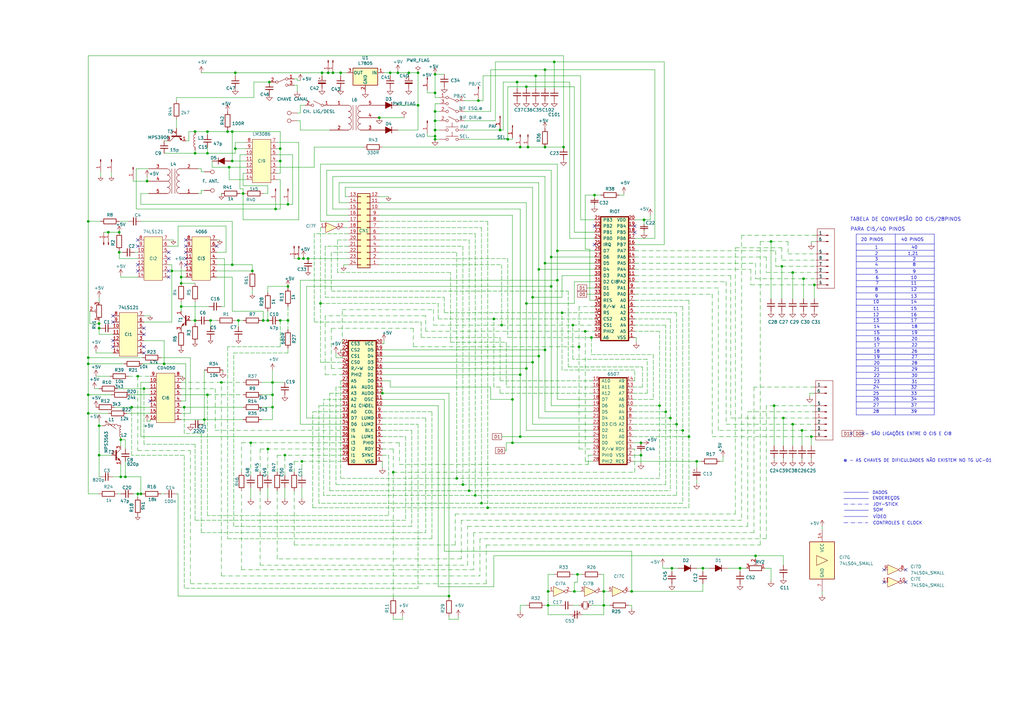
<source format=kicad_sch>
(kicad_sch (version 20230121) (generator eeschema)
  (paper "A3")
  (title_block (title "Top Game - Bit Eletrônica") (date "2024-08-28") (rev "1") (company "Clemar Folly Jr. - https://www.x.com/clemarfolly") (comment 1 "Recriado Por") (comment 2 "https://github.com/clemarfolly/BitEletronica-TopGame") (comment 3 "Disponível em") (comment 4 "Esquema parte do projeto RecriaBR"))
  (junction (at 75.565 167.005))
  (junction (at 36.195 169.545))
  (junction (at 321.31 171.45))
  (junction (at 113.03 85.725))
  (junction (at 109.855 131.445))
  (junction (at 107.95 131.445))
  (junction (at 270.51 166.37))
  (junction (at 109.855 184.15))
  (junction (at 123.825 189.23))
  (junction (at 56.515 154.305))
  (junction (at 205.74 133.35))
  (junction (at 70.485 111.125))
  (junction (at 205.105 53.34))
  (junction (at 242.57 138.43))
  (junction (at 139.7 29.845))
  (junction (at 178.435 49.53))
  (junction (at 74.295 113.665))
  (junction (at 171.45 29.845))
  (junction (at 213.36 153.67))
  (junction (at 187.325 196.215))
  (junction (at 56.515 202.565))
  (junction (at 228.6 114.935))
  (junction (at 49.53 195.58))
  (junction (at 111.76 167.005))
  (junction (at 262.89 186.69))
  (junction (at 36.195 90.805))
  (junction (at 212.09 33.655))
  (junction (at 118.11 117.475))
  (junction (at 213.36 179.07))
  (junction (at 277.495 173.99))
  (junction (at 259.08 242.57))
  (junction (at 200.025 208.28))
  (junction (at 36.195 149.225))
  (junction (at 85.09 161.925))
  (junction (at 197.485 206.375))
  (junction (at 122.555 106.045))
  (junction (at 114.935 131.445))
  (junction (at 74.295 116.205))
  (junction (at 110.49 33.655))
  (junction (at 223.52 60.325))
  (junction (at 196.215 41.275))
  (junction (at 325.12 173.99))
  (junction (at 57.785 202.565))
  (junction (at 178.435 53.34))
  (junction (at 210.185 163.83))
  (junction (at 215.9 35.56))
  (junction (at 184.15 244.475))
  (junction (at 178.435 45.72))
  (junction (at 224.79 242.57))
  (junction (at 285.75 189.23))
  (junction (at 264.16 90.17))
  (junction (at 228.6 102.87))
  (junction (at 303.53 233.045))
  (junction (at 213.36 60.325))
  (junction (at 317.5 166.37))
  (junction (at 80.01 62.865))
  (junction (at 223.52 28.575))
  (junction (at 171.45 43.18))
  (junction (at 216.535 60.325))
  (junction (at 40.64 134.62))
  (junction (at 95.25 66.04))
  (junction (at 160.02 29.845))
  (junction (at 247.65 248.285))
  (junction (at 223.52 107.95))
  (junction (at 95.25 53.975))
  (junction (at 134.62 29.845))
  (junction (at 118.11 131.445))
  (junction (at 218.44 121.92))
  (junction (at 220.98 146.05))
  (junction (at 215.9 151.13))
  (junction (at 309.88 227.965))
  (junction (at 114.935 60.96))
  (junction (at 275.59 233.045))
  (junction (at 178.435 30.48))
  (junction (at 40.64 174.625))
  (junction (at 234.95 133.35))
  (junction (at 155.575 48.26))
  (junction (at 80.01 53.975))
  (junction (at 282.575 179.07))
  (junction (at 114.935 66.04))
  (junction (at 178.435 55.88))
  (junction (at 95.25 108.585))
  (junction (at 118.11 83.82))
  (junction (at 274.955 171.45))
  (junction (at 103.505 111.125))
  (junction (at 97.79 131.445))
  (junction (at 40.64 186.69))
  (junction (at 223.52 143.51))
  (junction (at 53.975 167.005))
  (junction (at 178.435 57.15))
  (junction (at 334.01 116.84))
  (junction (at 235.585 242.57))
  (junction (at 227.33 25.4))
  (junction (at 85.09 62.865))
  (junction (at 40.64 132.715))
  (junction (at 208.28 57.15))
  (junction (at 262.89 181.61))
  (junction (at 231.14 60.325))
  (junction (at 226.06 117.475))
  (junction (at 220.98 110.49))
  (junction (at 60.325 74.295))
  (junction (at 230.505 128.27))
  (junction (at 111.76 156.845))
  (junction (at 243.84 80.01))
  (junction (at 167.64 29.845))
  (junction (at 36.195 146.685))
  (junction (at 163.195 29.845))
  (junction (at 48.895 103.505))
  (junction (at 49.53 180.34))
  (junction (at 210.185 181.61))
  (junction (at 116.84 186.69))
  (junction (at 93.345 53.975))
  (junction (at 288.29 233.045))
  (junction (at 74.295 125.73))
  (junction (at 59.055 159.385))
  (junction (at 215.9 124.46))
  (junction (at 86.36 131.445))
  (junction (at 178.435 38.1))
  (junction (at 273.05 168.91))
  (junction (at 99.695 79.375))
  (junction (at 124.46 106.045))
  (junction (at 111.76 161.925))
  (junction (at 80.01 131.445))
  (junction (at 96.52 60.96))
  (junction (at 237.49 142.24))
  (junction (at 328.93 176.53))
  (junction (at 236.855 235.585))
  (junction (at 320.675 109.22))
  (junction (at 224.79 248.285))
  (junction (at 332.74 179.07))
  (junction (at 131.445 124.46))
  (junction (at 36.195 161.925))
  (junction (at 316.23 99.06))
  (junction (at 83.82 172.085))
  (junction (at 280.035 176.53))
  (junction (at 67.31 149.225))
  (junction (at 48.895 95.25))
  (junction (at 156.845 161.29))
  (junction (at 194.945 203.2))
  (junction (at 202.565 130.81))
  (junction (at 219.71 31.115))
  (junction (at 102.87 181.61))
  (junction (at 226.06 105.41))
  (junction (at 161.29 193.675))
  (junction (at 90.805 156.845))
  (junction (at 85.09 53.975))
  (junction (at 51.435 195.58))
  (junction (at 93.98 68.58))
  (junction (at 218.44 148.59))
  (junction (at 132.08 29.845))
  (junction (at 192.405 201.295))
  (junction (at 96.52 29.845))
  (junction (at 44.45 95.25))
  (junction (at 325.12 111.76))
  (junction (at 329.565 114.3))
  (junction (at 247.65 242.57))
  (junction (at 189.865 198.755))
  (junction (at 240.03 135.89))
  (junction (at 136.525 29.845))
  (junction (at 126.365 106.045))
  (no_connect (at 76.2 103.505))
  (no_connect (at 243.84 92.71))
  (no_connect (at 59.055 134.62))
  (no_connect (at 362.585 238.76))
  (no_connect (at 46.355 139.7))
  (no_connect (at 46.355 142.24))
  (no_connect (at 353.949 177.8))
  (no_connect (at 56.515 111.125))
  (no_connect (at 56.515 108.585))
  (no_connect (at 260.35 95.25))
  (no_connect (at 61.595 164.465))
  (no_connect (at 59.055 137.16))
  (no_connect (at 69.215 111.125))
  (no_connect (at 260.35 92.71))
  (no_connect (at 69.215 106.045))
  (no_connect (at 59.055 142.24))
  (no_connect (at 59.055 144.78))
  (no_connect (at 69.215 103.505))
  (no_connect (at 46.355 132.08))
  (no_connect (at 46.355 129.54))
  (no_connect (at 88.9 100.965))
  (no_connect (at 69.215 113.665))
  (no_connect (at 76.2 108.585))
  (no_connect (at 371.475 233.68))
  (no_connect (at 76.2 106.045))
  (no_connect (at 349.123 177.8))
  (no_connect (at 56.515 100.965))
  (no_connect (at 76.2 100.965))
  (no_connect (at 56.515 98.425))
  (no_connect (at 362.585 233.68))
  (no_connect (at 76.2 98.425))
  (no_connect (at 371.475 238.76))
  (no_connect (at 243.84 100.33))
  (wire (pts (xy 304.165 96.52) (xy 304.165 213.36)) (stroke (width 0) (type dash_dot)))
  (polyline (pts (xy 341.63 180.467) (xy 341.63 156.083)) (stroke (width 0) (type solid) (color 132 0 0 1)))
  (wire (pts (xy 109.855 127.635) (xy 109.855 131.445)))
  (wire (pts (xy 259.715 186.69) (xy 262.89 186.69)))
  (wire (pts (xy 242.57 248.285) (xy 247.65 248.285)))
  (wire (pts (xy 240.03 102.235) (xy 240.03 80.01)))
  (wire (pts (xy 263.525 158.75) (xy 259.715 158.75)) (stroke (width 0) (type dash)))
  (wire (pts (xy 100.965 73.66) (xy 93.98 73.66)))
  (wire (pts (xy 78.105 146.685) (xy 78.105 169.545)))
  (wire (pts (xy 207.645 158.75) (xy 243.205 158.75)) (stroke (width 0) (type dash)))
  (wire (pts (xy 113.665 71.12) (xy 114.935 71.12)))
  (wire (pts (xy 202.565 130.81) (xy 243.84 130.81)) (stroke (width 0) (type dash)))
  (wire (pts (xy 160.02 156.21) (xy 160.02 158.75)))
  (wire (pts (xy 69.215 100.965) (xy 73.025 100.965)))
  (wire (pts (xy 165.1 254) (xy 165.1 252.73)))
  (wire (pts (xy 273.05 168.91) (xy 273.05 133.35)) (stroke (width 0) (type dash)))
  (wire (pts (xy 271.78 233.045) (xy 275.59 233.045)))
  (wire (pts (xy 238.125 90.17) (xy 238.125 31.115)))
  (wire (pts (xy 36.83 132.715) (xy 40.64 132.715)))
  (wire (pts (xy 156.845 179.07) (xy 166.37 179.07)) (stroke (width 0) (type dash)))
  (wire (pts (xy 318.135 109.22) (xy 320.675 109.22)) (stroke (width 0) (type dash_dot)))
  (wire (pts (xy 135.89 103.505) (xy 135.89 119.38)) (stroke (width 0) (type dash)))
  (wire (pts (xy 190.5 41.275) (xy 196.215 41.275)))
  (wire (pts (xy 96.52 29.845) (xy 132.08 29.845)))
  (wire (pts (xy 45.72 186.69) (xy 40.64 186.69)))
  (wire (pts (xy 156.845 166.37) (xy 179.705 166.37)))
  (wire (pts (xy 202.565 227.965) (xy 309.88 227.965)))
  (wire (pts (xy 203.2 25.4) (xy 227.33 25.4)))
  (wire (pts (xy 55.245 103.505) (xy 56.515 103.505)))
  (wire (pts (xy 189.865 198.755) (xy 273.05 198.755)) (stroke (width 0) (type dash)))
  (wire (pts (xy 205.105 52.705) (xy 205.105 53.34)))
  (wire (pts (xy 186.69 223.52) (xy 186.69 210.82)) (stroke (width 0) (type dash_dot)))
  (wire (pts (xy 320.675 106.68) (xy 334.645 106.68)) (stroke (width 0) (type dash_dot)))
  (wire (pts (xy 238.125 31.115) (xy 219.71 31.115)))
  (wire (pts (xy 260.35 120.65) (xy 292.1 120.65)) (stroke (width 0) (type dash_dot)))
  (wire (pts (xy 264.16 94.615) (xy 264.16 95.25)))
  (wire (pts (xy 155.575 106.045) (xy 208.28 106.045)) (stroke (width 0) (type dash)))
  (wire (pts (xy 156.845 176.53) (xy 168.91 176.53)) (stroke (width 0) (type dash)))
  (wire (pts (xy 237.49 142.24) (xy 237.49 184.15)) (stroke (width 0) (type dash_dot)))
  (wire (pts (xy 212.09 33.655) (xy 212.09 36.195)))
  (wire (pts (xy 323.215 99.06) (xy 323.215 104.14)) (stroke (width 0) (type dash_dot)))
  (wire (pts (xy 96.52 31.115) (xy 96.52 29.845)))
  (wire (pts (xy 218.44 173.99) (xy 243.205 173.99)))
  (wire (pts (xy 85.725 125.73) (xy 74.295 125.73)))
  (wire (pts (xy 243.84 110.49) (xy 220.98 110.49)))
  (wire (pts (xy 220.98 146.05) (xy 220.98 171.45)))
  (polyline (pts (xy 351.155 130.302) (xy 383.159 130.302)) (stroke (width 0) (type solid)))
  (wire (pts (xy 285.75 189.23) (xy 287.655 189.23)))
  (wire (pts (xy 294.64 118.11) (xy 260.35 118.11)) (stroke (width 0) (type dash_dot)))
  (wire (pts (xy 262.89 181.61) (xy 263.525 181.61)))
  (wire (pts (xy 132.08 31.115) (xy 132.08 29.845)))
  (wire (pts (xy 67.31 149.225) (xy 76.2 149.225)))
  (polyline (pts (xy 334.518 180.467) (xy 334.518 156.083)) (stroke (width 0) (type solid) (color 132 0 0 1)))
  (wire (pts (xy 95.25 127.635) (xy 107.95 127.635)))
  (wire (pts (xy 82.55 29.845) (xy 96.52 29.845)))
  (wire (pts (xy 40.64 174.625) (xy 40.64 186.69)))
  (wire (pts (xy 74.295 159.385) (xy 88.265 159.385)) (stroke (width 0) (type dash_dot)))
  (wire (pts (xy 174.625 171.45) (xy 174.625 218.44)) (stroke (width 0) (type dash)))
  (wire (pts (xy 215.9 83.185) (xy 215.9 124.46)))
  (wire (pts (xy 228.6 114.935) (xy 228.6 163.83)))
  (wire (pts (xy 259.715 161.29) (xy 265.43 161.29)) (stroke (width 0) (type dash)))
  (wire (pts (xy 179.705 130.81) (xy 202.565 130.81)) (stroke (width 0) (type dash)))
  (wire (pts (xy 69.215 98.425) (xy 71.12 98.425)))
  (wire (pts (xy 102.87 194.945) (xy 102.87 181.61)) (stroke (width 0) (type dash_dot)))
  (wire (pts (xy 60.325 172.72) (xy 61.595 172.72)))
  (wire (pts (xy 49.53 195.58) (xy 51.435 195.58)))
  (wire (pts (xy 247.015 242.57) (xy 247.65 242.57)))
  (wire (pts (xy 131.445 124.46) (xy 179.705 124.46)) (stroke (width 0) (type dash)))
  (wire (pts (xy 55.88 85.725) (xy 113.03 85.725)))
  (wire (pts (xy 208.28 106.045) (xy 208.28 138.43)) (stroke (width 0) (type dash)))
  (wire (pts (xy 58.42 202.565) (xy 57.785 202.565)))
  (polyline (pts (xy 342.265 118.237) (xy 342.265 93.853)) (stroke (width 0) (type solid) (color 132 0 0 1)))
  (wire (pts (xy 184.785 111.76) (xy 138.43 111.76)) (stroke (width 0) (type dash)))
  (wire (pts (xy 114.935 66.04) (xy 114.935 60.96)))
  (wire (pts (xy 228.6 102.87) (xy 228.6 114.935)))
  (wire (pts (xy 260.35 107.95) (xy 309.88 107.95)) (stroke (width 0) (type dash_dot)))
  (wire (pts (xy 140.335 158.75) (xy 137.795 158.75)) (stroke (width 0) (type dash)))
  (wire (pts (xy 95.25 66.04) (xy 95.25 53.975)))
  (wire (pts (xy 156.845 163.83) (xy 182.245 163.83)))
  (wire (pts (xy 97.79 131.445) (xy 99.695 131.445)))
  (wire (pts (xy 155.575 85.725) (xy 213.36 85.725)))
  (wire (pts (xy 203.2 49.53) (xy 203.2 25.4)))
  (wire (pts (xy 240.03 189.23) (xy 240.03 135.89)) (stroke (width 0) (type dash_dot)))
  (wire (pts (xy 142.875 103.505) (xy 135.89 103.505)) (stroke (width 0) (type dash)))
  (wire (pts (xy 337.185 215.9) (xy 337.185 217.17)))
  (wire (pts (xy 163.195 53.34) (xy 171.45 53.34)))
  (wire (pts (xy 57.785 83.82) (xy 118.11 83.82)))
  (wire (pts (xy 139.7 156.21) (xy 140.335 156.21)))
  (wire (pts (xy 80.01 123.825) (xy 80.01 131.445)))
  (wire (pts (xy 260.35 102.87) (xy 318.135 102.87)) (stroke (width 0) (type dash_dot)))
  (wire (pts (xy 274.955 171.45) (xy 274.955 201.295)) (stroke (width 0) (type dash)))
  (wire (pts (xy 74.295 116.205) (xy 80.01 116.205)))
  (wire (pts (xy 259.08 226.06) (xy 259.08 242.57)))
  (wire (pts (xy 231.14 22.86) (xy 231.14 60.325)))
  (wire (pts (xy 36.195 146.685) (xy 36.195 90.805)))
  (wire (pts (xy 320.675 101.6) (xy 320.675 106.68)) (stroke (width 0) (type dash_dot)))
  (wire (pts (xy 288.29 234.315) (xy 288.29 233.045)))
  (wire (pts (xy 215.9 35.56) (xy 208.28 35.56)))
  (wire (pts (xy 120.015 63.5) (xy 120.015 83.82)))
  (wire (pts (xy 93.345 220.98) (xy 177.165 220.98)) (stroke (width 0) (type dash)))
  (wire (pts (xy 288.29 233.045) (xy 285.75 233.045)))
  (wire (pts (xy 76.2 111.125) (xy 70.485 111.125)))
  (wire (pts (xy 242.57 138.43) (xy 242.57 145.415)) (stroke (width 0) (type dash)))
  (wire (pts (xy 74.295 109.855) (xy 74.295 113.665)))
  (wire (pts (xy 95.25 108.585) (xy 103.505 108.585)))
  (wire (pts (xy 82.55 70.485) (xy 83.82 70.485)))
  (wire (pts (xy 142.875 95.885) (xy 128.905 95.885)) (stroke (width 0) (type dash)))
  (wire (pts (xy 90.805 156.845) (xy 99.695 156.845)) (stroke (width 0) (type dash_dot)))
  (wire (pts (xy 51.435 195.58) (xy 57.785 195.58)))
  (wire (pts (xy 313.69 233.045) (xy 316.23 233.045)))
  (wire (pts (xy 76.2 113.665) (xy 74.295 113.665)))
  (wire (pts (xy 48.895 106.045) (xy 48.895 103.505)))
  (wire (pts (xy 247.65 242.57) (xy 247.65 248.285)))
  (wire (pts (xy 321.31 182.88) (xy 321.31 171.45)))
  (polyline (pts (xy 346.075 214.376) (xy 355.981 214.376)) (stroke (width 0) (type dash_dot)))
  (wire (pts (xy 124.46 105.41) (xy 124.46 106.045)))
  (wire (pts (xy 106.68 201.295) (xy 106.68 231.775)) (stroke (width 0) (type dash_dot)))
  (wire (pts (xy 130.81 166.37) (xy 140.335 166.37)) (stroke (width 0) (type dash)))
  (wire (pts (xy 243.84 80.01) (xy 243.84 81.28)))
  (polyline (pts (xy 351.155 100.076) (xy 383.159 100.076)) (stroke (width 0) (type solid)))
  (wire (pts (xy 225.425 242.57) (xy 224.79 242.57)))
  (wire (pts (xy 311.785 223.52) (xy 311.785 99.06)) (stroke (width 0) (type dash_dot)))
  (wire (pts (xy 123.19 114.935) (xy 228.6 114.935)))
  (wire (pts (xy 114.935 85.725) (xy 114.935 73.66)))
  (wire (pts (xy 90.805 125.73) (xy 92.075 125.73)))
  (wire (pts (xy 73.025 244.475) (xy 184.15 244.475)))
  (wire (pts (xy 259.715 166.37) (xy 270.51 166.37)) (stroke (width 0) (type dash)))
  (wire (pts (xy 234.95 133.35) (xy 243.84 133.35)) (stroke (width 0) (type dash_dot)))
  (wire (pts (xy 272.415 25.4) (xy 272.415 100.33)))
  (wire (pts (xy 141.605 80.645) (xy 141.605 76.835)))
  (wire (pts (xy 212.09 33.655) (xy 233.68 33.655)))
  (wire (pts (xy 272.415 100.33) (xy 260.35 100.33)))
  (wire (pts (xy 306.705 215.9) (xy 306.705 168.91)) (stroke (width 0) (type dash_dot)))
  (wire (pts (xy 260.35 151.765) (xy 230.505 151.765)) (stroke (width 0) (type dash)))
  (wire (pts (xy 78.105 239.395) (xy 199.39 239.395)) (stroke (width 0) (type dash_dot)))
  (wire (pts (xy 235.585 95.25) (xy 235.585 35.56)))
  (wire (pts (xy 113.665 186.69) (xy 116.84 186.69)) (stroke (width 0) (type dash_dot)))
  (wire (pts (xy 123.19 49.53) (xy 123.19 53.34)))
  (wire (pts (xy 139.7 29.845) (xy 142.24 29.845)))
  (wire (pts (xy 141.605 76.835) (xy 218.44 76.835)))
  (wire (pts (xy 56.515 113.665) (xy 49.53 113.665)))
  (wire (pts (xy 320.675 109.22) (xy 320.675 122.555)))
  (wire (pts (xy 142.875 80.645) (xy 141.605 80.645)))
  (wire (pts (xy 230.505 121.92) (xy 218.44 121.92)))
  (wire (pts (xy 178.435 45.72) (xy 178.435 49.53)))
  (wire (pts (xy 192.405 98.425) (xy 192.405 201.295)) (stroke (width 0) (type dash)))
  (wire (pts (xy 262.89 186.69) (xy 262.89 184.785)))
  (wire (pts (xy 259.715 168.91) (xy 273.05 168.91)) (stroke (width 0) (type dash)))
  (wire (pts (xy 161.29 193.675) (xy 260.35 193.675)) (stroke (width 0) (type dash_dot)))
  (wire (pts (xy 78.105 131.445) (xy 80.01 131.445)))
  (wire (pts (xy 156.845 158.75) (xy 156.845 161.29)))
  (wire (pts (xy 103.505 118.745) (xy 103.505 120.65)))
  (wire (pts (xy 241.935 102.235) (xy 240.03 102.235)))
  (wire (pts (xy 56.515 202.565) (xy 54.61 202.565)))
  (wire (pts (xy 39.37 144.78) (xy 46.355 144.78)))
  (polyline (pts (xy 335.28 93.853) (xy 342.265 93.853)) (stroke (width 0) (type solid) (color 132 0 0 1)))
  (wire (pts (xy 303.53 233.045) (xy 298.45 233.045)))
  (wire (pts (xy 104.14 33.655) (xy 104.14 40.005)))
  (wire (pts (xy 73.025 92.71) (xy 92.71 92.71)))
  (wire (pts (xy 137.795 144.78) (xy 137.795 146.685)))
  (wire (pts (xy 123.19 114.935) (xy 123.19 173.99)))
  (wire (pts (xy 113.665 63.5) (xy 120.015 63.5)))
  (wire (pts (xy 317.5 187.96) (xy 317.5 188.595)))
  (wire (pts (xy 230.505 113.03) (xy 243.84 113.03)))
  (wire (pts (xy 39.37 144.78) (xy 39.37 144.145)))
  (polyline (pts (xy 351.155 132.588) (xy 383.159 132.588)) (stroke (width 0) (type solid)))
  (wire (pts (xy 275.59 234.315) (xy 275.59 233.045)))
  (wire (pts (xy 106.68 184.15) (xy 106.68 193.675)) (stroke (width 0) (type dash_dot)))
  (wire (pts (xy 133.35 129.54) (xy 133.35 153.67)) (stroke (width 0) (type dash_dot)))
  (wire (pts (xy 189.23 229.235) (xy 113.665 229.235)) (stroke (width 0) (type dash_dot)))
  (wire (pts (xy 85.725 131.445) (xy 86.36 131.445)))
  (wire (pts (xy 123.825 189.23) (xy 140.335 189.23)) (stroke (width 0) (type dash_dot)))
  (wire (pts (xy 163.195 43.18) (xy 171.45 43.18)))
  (wire (pts (xy 74.295 156.845) (xy 90.805 156.845)) (stroke (width 0) (type dash_dot)))
  (polyline (pts (xy 346.329 209.296) (xy 356.235 209.296)) (stroke (width 0) (type solid)))
  (wire (pts (xy 220.98 74.93) (xy 220.98 110.49)))
  (wire (pts (xy 52.705 90.805) (xy 48.895 90.805)))
  (wire (pts (xy 135.255 161.29) (xy 140.335 161.29)) (stroke (width 0) (type dash)))
  (wire (pts (xy 226.06 69.85) (xy 226.06 105.41)))
  (wire (pts (xy 73.025 202.565) (xy 73.025 244.475)))
  (wire (pts (xy 36.83 127.635) (xy 36.83 132.715)))
  (polyline (pts (xy 351.155 160.02) (xy 383.159 160.02)) (stroke (width 0) (type solid)))
  (wire (pts (xy 208.28 138.43) (xy 242.57 138.43)) (stroke (width 0) (type dash)))
  (wire (pts (xy 184.15 254) (xy 187.96 254)))
  (wire (pts (xy 128.905 60.325) (xy 128.905 68.58)))
  (wire (pts (xy 325.12 187.96) (xy 325.12 188.595)))
  (wire (pts (xy 224.79 248.285) (xy 223.52 248.285)))
  (wire (pts (xy 314.325 166.37) (xy 314.325 220.98)) (stroke (width 0) (type dash_dot)))
  (wire (pts (xy 120.65 106.045) (xy 122.555 106.045)))
  (wire (pts (xy 58.42 146.685) (xy 36.195 146.685)))
  (wire (pts (xy 96.52 62.865) (xy 85.09 62.865)))
  (wire (pts (xy 40.64 195.58) (xy 41.275 195.58)))
  (wire (pts (xy 277.495 203.2) (xy 194.945 203.2)) (stroke (width 0) (type dash)))
  (wire (pts (xy 135.89 134.62) (xy 169.545 134.62)) (stroke (width 0) (type dash_dot)))
  (wire (pts (xy 72.39 202.565) (xy 73.025 202.565)))
  (wire (pts (xy 88.265 176.53) (xy 140.335 176.53)) (stroke (width 0) (type dash_dot)))
  (wire (pts (xy 177.165 220.98) (xy 177.165 168.91)) (stroke (width 0) (type dash)))
  (wire (pts (xy 139.7 156.21) (xy 139.7 196.215)) (stroke (width 0) (type dash)))
  (wire (pts (xy 226.06 105.41) (xy 226.06 117.475)))
  (wire (pts (xy 213.36 179.07) (xy 243.205 179.07)))
  (wire (pts (xy 40.64 186.69) (xy 40.64 195.58)))
  (wire (pts (xy 149.225 60.325) (xy 128.905 60.325)))
  (polyline (pts (xy 383.159 96.012) (xy 383.159 170.18)) (stroke (width 0) (type solid)))
  (wire (pts (xy 133.35 100.965) (xy 133.35 121.92)) (stroke (width 0) (type dash)))
  (wire (pts (xy 57.785 179.07) (xy 140.335 179.07)))
  (polyline (pts (xy 351.155 152.654) (xy 383.159 152.654)) (stroke (width 0) (type solid)))
  (wire (pts (xy 56.515 106.045) (xy 48.895 106.045)))
  (wire (pts (xy 321.31 231.775) (xy 321.31 227.965)))
  (wire (pts (xy 306.07 233.045) (xy 303.53 233.045)))
  (polyline (pts (xy 346.075 201.93) (xy 356.235 201.93)) (stroke (width 0) (type solid)))
  (wire (pts (xy 100.965 63.5) (xy 98.425 63.5)))
  (wire (pts (xy 159.385 80.645) (xy 155.575 80.645)))
  (wire (pts (xy 190.5 49.53) (xy 203.2 49.53)))
  (wire (pts (xy 247.65 235.585) (xy 247.65 242.57)))
  (wire (pts (xy 297.815 115.57) (xy 297.815 173.99)) (stroke (width 0) (type dash_dot)))
  (wire (pts (xy 332.105 161.29) (xy 334.01 161.29)))
  (wire (pts (xy 74.295 167.005) (xy 75.565 167.005)))
  (wire (pts (xy 128.905 68.58) (xy 113.665 68.58)))
  (wire (pts (xy 235.585 124.46) (xy 215.9 124.46)))
  (wire (pts (xy 297.815 173.99) (xy 325.12 173.99)) (stroke (width 0) (type dash_dot)))
  (polyline (pts (xy 351.155 167.386) (xy 383.159 167.386)) (stroke (width 0) (type solid)))
  (wire (pts (xy 41.275 70.485) (xy 41.275 72.39)))
  (wire (pts (xy 92.71 92.71) (xy 92.71 103.505)))
  (wire (pts (xy 51.435 184.15) (xy 51.435 180.34)))
  (polyline (pts (xy 351.155 164.846) (xy 383.159 164.846)) (stroke (width 0) (type solid)))
  (wire (pts (xy 321.31 187.96) (xy 321.31 188.595)))
  (wire (pts (xy 171.45 173.99) (xy 171.45 241.3)) (stroke (width 0) (type dash)))
  (wire (pts (xy 207.645 140.335) (xy 207.645 158.75)) (stroke (width 0) (type dash)))
  (wire (pts (xy 98.425 77.47) (xy 99.695 77.47)))
  (wire (pts (xy 70.485 132.08) (xy 59.055 132.08)))
  (wire (pts (xy 280.035 176.53) (xy 280.035 206.375)) (stroke (width 0) (type dash)))
  (wire (pts (xy 99.695 90.17) (xy 122.555 90.17)))
  (wire (pts (xy 67.31 57.785) (xy 68.58 57.785)))
  (wire (pts (xy 205.74 108.585) (xy 205.74 133.35)) (stroke (width 0) (type dash)))
  (wire (pts (xy 317.5 166.37) (xy 314.325 166.37)) (stroke (width 0) (type dash_dot)))
  (wire (pts (xy 198.12 31.115) (xy 198.12 41.275)))
  (polyline (pts (xy 351.155 170.18) (xy 351.155 96.012)) (stroke (width 0) (type solid)))
  (wire (pts (xy 220.98 171.45) (xy 243.205 171.45)))
  (wire (pts (xy 40.64 132.715) (xy 40.64 134.62)))
  (polyline (pts (xy 346.075 206.756) (xy 356.235 206.756)) (stroke (width 0) (type dash_dot)))
  (wire (pts (xy 88.9 113.665) (xy 95.25 113.665)))
  (wire (pts (xy 135.89 151.13) (xy 135.89 134.62)) (stroke (width 0) (type dash_dot)))
  (wire (pts (xy 93.345 53.34) (xy 93.345 53.975)))
  (wire (pts (xy 56.515 184.785) (xy 78.105 184.785)) (stroke (width 0) (type dash_dot)))
  (wire (pts (xy 178.435 53.34) (xy 178.435 55.88)))
  (wire (pts (xy 123.19 53.34) (xy 135.255 53.34)))
  (wire (pts (xy 55.88 69.215) (xy 55.88 85.725)))
  (wire (pts (xy 260.35 125.73) (xy 280.035 125.73)) (stroke (width 0) (type dash)))
  (wire (pts (xy 90.805 236.22) (xy 90.805 156.845)) (stroke (width 0) (type dash_dot)))
  (wire (pts (xy 133.35 121.92) (xy 182.245 121.92)) (stroke (width 0) (type dash)))
  (wire (pts (xy 236.855 235.585) (xy 238.76 235.585)))
  (wire (pts (xy 205.105 158.75) (xy 202.565 158.75)) (stroke (width 0) (type dash)))
  (wire (pts (xy 332.74 179.07) (xy 334.01 179.07)))
  (wire (pts (xy 169.545 142.24) (xy 237.49 142.24)) (stroke (width 0) (type dash_dot)))
  (wire (pts (xy 174.625 135.89) (xy 174.625 129.54)) (stroke (width 0) (type dash_dot)))
  (wire (pts (xy 175.26 38.1) (xy 178.435 38.1)))
  (wire (pts (xy 270.51 135.89) (xy 260.35 135.89)) (stroke (width 0) (type dash)))
  (wire (pts (xy 260.35 128.27) (xy 277.495 128.27)) (stroke (width 0) (type dash)))
  (wire (pts (xy 131.445 90.805) (xy 142.875 90.805)))
  (wire (pts (xy 36.195 202.565) (xy 36.195 169.545)))
  (wire (pts (xy 224.79 235.585) (xy 224.79 242.57)))
  (wire (pts (xy 80.01 182.245) (xy 59.055 182.245)) (stroke (width 0) (type dash)))
  (wire (pts (xy 224.79 252.095) (xy 224.79 248.285)))
  (wire (pts (xy 131.445 124.46) (xy 131.445 148.59)) (stroke (width 0) (type dash)))
  (wire (pts (xy 179.705 240.665) (xy 202.565 240.665)))
  (wire (pts (xy 213.36 248.285) (xy 213.36 250.825)))
  (wire (pts (xy 233.045 150.495) (xy 263.525 150.495)) (stroke (width 0) (type dash)))
  (wire (pts (xy 213.36 85.725) (xy 213.36 153.67)))
  (wire (pts (xy 309.88 114.3) (xy 329.565 114.3)) (stroke (width 0) (type dash_dot)))
  (wire (pts (xy 224.79 248.285) (xy 229.87 248.285)))
  (wire (pts (xy 186.69 210.82) (xy 301.625 210.82)) (stroke (width 0) (type dash_dot)))
  (wire (pts (xy 133.985 88.265) (xy 133.985 69.85)))
  (polyline (pts (xy 351.155 157.734) (xy 383.159 157.734)) (stroke (width 0) (type solid)))
  (wire (pts (xy 45.72 161.925) (xy 36.195 161.925)))
  (wire (pts (xy 106.68 184.15) (xy 109.855 184.15)) (stroke (width 0) (type dash_dot)))
  (wire (pts (xy 166.37 179.07) (xy 166.37 213.36)) (stroke (width 0) (type dash)))
  (wire (pts (xy 218.44 76.835) (xy 218.44 121.92)))
  (wire (pts (xy 260.35 90.17) (xy 264.16 90.17)))
  (wire (pts (xy 242.57 138.43) (xy 243.84 138.43)))
  (wire (pts (xy 139.7 143.51) (xy 140.335 143.51)))
  (wire (pts (xy 140.335 173.99) (xy 123.19 173.99)))
  (polyline (pts (xy 351.155 140.208) (xy 383.159 140.208)) (stroke (width 0) (type solid)))
  (wire (pts (xy 226.06 117.475) (xy 226.06 166.37)))
  (wire (pts (xy 52.705 154.305) (xy 56.515 154.305)) (stroke (width 0) (type dash_dot)))
  (polyline (pts (xy 346.075 211.836) (xy 355.981 211.836)))
  (wire (pts (xy 66.04 146.685) (xy 78.105 146.685)))
  (wire (pts (xy 218.44 148.59) (xy 218.44 173.99)))
  (wire (pts (xy 118.11 144.78) (xy 118.11 142.875)) (stroke (width 0) (type dash)))
  (wire (pts (xy 196.85 220.98) (xy 196.85 236.22)) (stroke (width 0) (type dash_dot)))
  (wire (pts (xy 69.215 108.585) (xy 70.485 108.585)))
  (wire (pts (xy 155.575 88.265) (xy 210.185 88.265)))
  (wire (pts (xy 138.43 111.76) (xy 138.43 98.425)) (stroke (width 0) (type dash)))
  (wire (pts (xy 328.93 187.96) (xy 328.93 188.595)))
  (wire (pts (xy 70.485 108.585) (xy 70.485 111.125)))
  (wire (pts (xy 128.27 208.28) (xy 200.025 208.28)) (stroke (width 0) (type dash)))
  (wire (pts (xy 99.06 233.68) (xy 99.06 201.295)) (stroke (width 0) (type dash_dot)))
  (wire (pts (xy 132.715 203.2) (xy 132.715 163.83)) (stroke (width 0) (type dash)))
  (wire (pts (xy 205.74 179.07) (xy 213.36 179.07)))
  (wire (pts (xy 120.65 32.385) (xy 121.92 32.385)))
  (wire (pts (xy 74.295 172.085) (xy 83.82 172.085)))
  (wire (pts (xy 246.38 235.585) (xy 247.65 235.585)))
  (wire (pts (xy 88.265 159.385) (xy 88.265 176.53)) (stroke (width 0) (type dash_dot)))
  (wire (pts (xy 215.9 248.285) (xy 213.36 248.285)))
  (wire (pts (xy 169.545 134.62) (xy 169.545 142.24)) (stroke (width 0) (type dash_dot)))
  (wire (pts (xy 96.52 131.445) (xy 97.79 131.445)))
  (wire (pts (xy 277.495 173.99) (xy 277.495 203.2)) (stroke (width 0) (type dash)))
  (wire (pts (xy 57.785 90.805) (xy 95.25 90.805)))
  (wire (pts (xy 199.39 223.52) (xy 311.785 223.52)) (stroke (width 0) (type dash_dot)))
  (wire (pts (xy 155.575 90.805) (xy 200.025 90.805)) (stroke (width 0) (type dash)))
  (wire (pts (xy 48.895 103.505) (xy 48.895 102.87)))
  (wire (pts (xy 113.665 66.04) (xy 114.935 66.04)))
  (wire (pts (xy 207.01 184.785) (xy 207.645 184.785)))
  (wire (pts (xy 53.34 161.925) (xy 61.595 161.925)))
  (wire (pts (xy 178.435 30.48) (xy 182.245 30.48)))
  (wire (pts (xy 53.975 186.69) (xy 53.975 167.005)) (stroke (width 0) (type dash)))
  (wire (pts (xy 223.52 28.575) (xy 201.295 28.575)))
  (wire (pts (xy 187.325 196.215) (xy 139.7 196.215)) (stroke (width 0) (type dash)))
  (wire (pts (xy 234.95 248.285) (xy 237.49 248.285)))
  (wire (pts (xy 111.76 151.765) (xy 111.76 156.845)))
  (wire (pts (xy 230.505 151.765) (xy 230.505 128.27)) (stroke (width 0) (type dash)))
  (wire (pts (xy 175.26 55.88) (xy 178.435 55.88)))
  (wire (pts (xy 210.185 163.83) (xy 210.185 181.61)))
  (wire (pts (xy 121.92 34.925) (xy 120.65 34.925)))
  (wire (pts (xy 223.52 72.39) (xy 223.52 107.95)))
  (wire (pts (xy 109.855 76.2) (xy 109.855 79.375)))
  (wire (pts (xy 78.105 184.785) (xy 78.105 239.395)) (stroke (width 0) (type dash_dot)))
  (wire (pts (xy 259.715 179.07) (xy 282.575 179.07)) (stroke (width 0) (type dash)))
  (wire (pts (xy 83.82 173.99) (xy 83.185 173.99)))
  (wire (pts (xy 307.975 110.49) (xy 307.975 116.84)) (stroke (width 0) (type dash_dot)))
  (wire (pts (xy 86.995 68.58) (xy 93.98 68.58)))
  (polyline (pts (xy 351.155 125.222) (xy 383.159 125.222)) (stroke (width 0) (type solid)))
  (wire (pts (xy 332.74 99.695) (xy 332.74 99.06)))
  (wire (pts (xy 177.8 133.35) (xy 205.74 133.35)) (stroke (width 0) (type dash_dot)))
  (wire (pts (xy 260.35 193.675) (xy 260.35 184.15)) (stroke (width 0) (type dash_dot)))
  (wire (pts (xy 40.64 131.445) (xy 40.64 132.715)))
  (wire (pts (xy 140.335 146.685) (xy 140.335 146.05)))
  (wire (pts (xy 138.43 98.425) (xy 142.875 98.425)) (stroke (width 0) (type dash)))
  (wire (pts (xy 223.52 28.575) (xy 223.52 36.195)))
  (wire (pts (xy 179.705 166.37) (xy 179.705 240.665)))
  (wire (pts (xy 94.615 66.04) (xy 95.25 66.04)))
  (wire (pts (xy 161.29 254) (xy 165.1 254)))
  (wire (pts (xy 111.76 156.845) (xy 116.84 156.845)))
  (polyline (pts (xy 334.645 156.083) (xy 341.63 156.083)) (stroke (width 0) (type solid) (color 132 0 0 1)))
  (polyline (pts (xy 346.075 204.47) (xy 356.235 204.47)))
  (wire (pts (xy 309.245 218.44) (xy 194.31 218.44)) (stroke (width 0) (type dash_dot)))
  (wire (pts (xy 155.575 100.965) (xy 189.865 100.965)) (stroke (width 0) (type dash)))
  (wire (pts (xy 282.575 179.07) (xy 282.575 208.28)) (stroke (width 0) (type dash)))
  (wire (pts (xy 318.135 102.87) (xy 318.135 109.22)) (stroke (width 0) (type dash_dot)))
  (wire (pts (xy 41.91 174.625) (xy 40.64 174.625)))
  (wire (pts (xy 100.965 71.12) (xy 99.695 71.12)))
  (wire (pts (xy 280.035 125.73) (xy 280.035 176.53)) (stroke (width 0) (type dash)))
  (wire (pts (xy 266.7 90.17) (xy 266.7 88.265)))
  (wire (pts (xy 259.715 181.61) (xy 262.89 181.61)))
  (wire (pts (xy 171.45 53.34) (xy 171.45 43.18)))
  (wire (pts (xy 314.325 105.41) (xy 314.325 111.76)) (stroke (width 0) (type dash_dot)))
  (wire (pts (xy 80.01 131.445) (xy 80.645 131.445)))
  (wire (pts (xy 202.565 240.665) (xy 202.565 227.965)))
  (wire (pts (xy 295.275 189.23) (xy 296.545 189.23)))
  (wire (pts (xy 74.295 125.73) (xy 74.295 127.635)))
  (wire (pts (xy 260.35 97.79) (xy 268.605 97.79)))
  (wire (pts (xy 200.025 208.28) (xy 282.575 208.28)) (stroke (width 0) (type dash)))
  (wire (pts (xy 86.36 133.985) (xy 86.36 131.445)))
  (wire (pts (xy 260.35 176.53) (xy 280.035 176.53)) (stroke (width 0) (type dash)))
  (wire (pts (xy 227.33 25.4) (xy 227.33 36.195)))
  (wire (pts (xy 198.12 41.275) (xy 196.215 41.275)))
  (wire (pts (xy 104.14 40.005) (xy 72.39 40.005)))
  (wire (pts (xy 140.335 184.15) (xy 109.855 184.15)) (stroke (width 0) (type dash_dot)))
  (wire (pts (xy 264.16 92.075) (xy 264.16 90.17)))
  (wire (pts (xy 213.36 153.67) (xy 213.36 179.07)))
  (wire (pts (xy 178.435 49.53) (xy 178.435 53.34)))
  (wire (pts (xy 39.37 154.305) (xy 45.085 154.305)))
  (wire (pts (xy 99.695 79.375) (xy 99.695 90.17)))
  (wire (pts (xy 299.72 171.45) (xy 321.31 171.45)) (stroke (width 0) (type dash_dot)))
  (wire (pts (xy 36.195 149.225) (xy 50.8 149.225)))
  (wire (pts (xy 160.02 158.75) (xy 201.295 158.75)))
  (polyline (pts (xy 351.155 135.382) (xy 383.159 135.382)) (stroke (width 0) (type solid)))
  (wire (pts (xy 267.97 163.83) (xy 259.715 163.83)) (stroke (width 0) (type dash)))
  (wire (pts (xy 233.68 252.095) (xy 224.79 252.095)))
  (wire (pts (xy 223.52 107.95) (xy 223.52 143.51)))
  (wire (pts (xy 95.885 144.78) (xy 118.11 144.78)) (stroke (width 0) (type dash)))
  (wire (pts (xy 92.71 103.505) (xy 88.9 103.505)))
  (wire (pts (xy 155.575 103.505) (xy 187.325 103.505)) (stroke (width 0) (type dash)))
  (wire (pts (xy 36.195 90.805) (xy 36.195 22.86)))
  (wire (pts (xy 238.76 252.095) (xy 247.65 252.095)))
  (wire (pts (xy 113.665 60.96) (xy 114.935 60.96)))
  (wire (pts (xy 180.34 45.72) (xy 178.435 45.72)))
  (wire (pts (xy 76.2 164.465) (xy 74.295 164.465)))
  (wire (pts (xy 210.185 57.15) (xy 208.28 57.15)))
  (wire (pts (xy 135.89 119.38) (xy 233.045 119.38)) (stroke (width 0) (type dash)))
  (wire (pts (xy 184.15 254) (xy 184.15 252.73)))
  (wire (pts (xy 86.995 66.04) (xy 86.995 68.58)))
  (wire (pts (xy 67.31 139.7) (xy 67.31 149.225)))
  (wire (pts (xy 187.96 254) (xy 187.96 252.73)))
  (wire (pts (xy 123.19 43.18) (xy 123.19 46.355)))
  (wire (pts (xy 82.55 79.375) (xy 82.55 78.105)))
  (wire (pts (xy 178.435 42.545) (xy 178.435 45.72)))
  (wire (pts (xy 270.51 166.37) (xy 270.51 135.89)) (stroke (width 0) (type dash)))
  (wire (pts (xy 178.435 55.88) (xy 178.435 57.15)))
  (wire (pts (xy 182.245 128.27) (xy 230.505 128.27)) (stroke (width 0) (type dash)))
  (wire (pts (xy 56.515 154.305) (xy 61.595 154.305)) (stroke (width 0) (type dash_dot)))
  (wire (pts (xy 132.08 93.345) (xy 131.445 93.345)))
  (wire (pts (xy 243.84 120.65) (xy 240.665 120.65)))
  (wire (pts (xy 171.45 43.18) (xy 171.45 29.845)))
  (wire (pts (xy 309.88 227.965) (xy 309.88 229.235)))
  (wire (pts (xy 114.935 71.12) (xy 114.935 66.04)))
  (wire (pts (xy 171.45 241.3) (xy 75.565 241.3)) (stroke (width 0) (type dash)))
  (wire (pts (xy 160.02 31.115) (xy 160.02 29.845)))
  (wire (pts (xy 314.325 111.76) (xy 325.12 111.76)) (stroke (width 0) (type dash_dot)))
  (wire (pts (xy 109.855 120.015) (xy 109.855 117.475)))
  (wire (pts (xy 243.84 95.25) (xy 235.585 95.25)))
  (wire (pts (xy 282.575 123.19) (xy 282.575 179.07)) (stroke (width 0) (type dash)))
  (wire (pts (xy 113.665 229.235) (xy 113.665 201.295)) (stroke (width 0) (type dash_dot)))
  (polyline (pts (xy 351.155 127.762) (xy 383.159 127.762)) (stroke (width 0) (type solid)))
  (wire (pts (xy 210.185 56.515) (xy 210.185 57.15)))
  (wire (pts (xy 274.955 130.81) (xy 260.35 130.81)) (stroke (width 0) (type dash)))
  (wire (pts (xy 190.5 53.34) (xy 205.105 53.34)))
  (wire (pts (xy 161.29 245.11) (xy 161.29 193.675)) (stroke (width 0) (type dash_dot)))
  (wire (pts (xy 268.605 28.575) (xy 223.52 28.575)))
  (wire (pts (xy 304.165 213.36) (xy 189.23 213.36)) (stroke (width 0) (type dash_dot)))
  (wire (pts (xy 240.03 189.23) (xy 243.205 189.23)))
  (wire (pts (xy 131.445 93.345) (xy 131.445 124.46)) (stroke (width 0) (type dash)))
  (wire (pts (xy 134.62 29.845) (xy 136.525 29.845)))
  (wire (pts (xy 243.84 83.82) (xy 243.84 84.455)))
  (polyline (pts (xy 351.155 112.522) (xy 383.159 112.522)) (stroke (width 0) (type solid)))
  (wire (pts (xy 128.905 95.885) (xy 128.905 132.08)) (stroke (width 0) (type dash)))
  (polyline (pts (xy 335.153 93.853) (xy 335.153 118.237)) (stroke (width 0) (type solid) (color 132 0 0 1)))
  (wire (pts (xy 160.02 29.845) (xy 163.195 29.845)))
  (wire (pts (xy 215.9 176.53) (xy 243.205 176.53)))
  (wire (pts (xy 46.99 167.005) (xy 53.975 167.005)))
  (wire (pts (xy 194.945 203.2) (xy 132.715 203.2)) (stroke (width 0) (type dash)))
  (wire (pts (xy 191.77 231.775) (xy 191.77 215.9)) (stroke (width 0) (type dash_dot)))
  (wire (pts (xy 82.55 218.44) (xy 82.55 177.8)) (stroke (width 0) (type dash)))
  (wire (pts (xy 75.565 167.005) (xy 99.695 167.005)))
  (wire (pts (xy 136.525 85.725) (xy 136.525 72.39)))
  (wire (pts (xy 51.435 180.34) (xy 49.53 180.34)))
  (wire (pts (xy 113.665 193.675) (xy 113.665 186.69)) (stroke (width 0) (type dash_dot)))
  (wire (pts (xy 95.25 90.805) (xy 95.25 108.585)))
  (wire (pts (xy 140.97 109.22) (xy 140.97 108.585)))
  (wire (pts (xy 197.485 93.345) (xy 197.485 206.375)) (stroke (width 0) (type dash)))
  (wire (pts (xy 123.825 194.945) (xy 123.825 189.23)) (stroke (width 0) (type dash_dot)))
  (wire (pts (xy 243.84 80.01) (xy 246.38 80.01)))
  (wire (pts (xy 133.35 153.67) (xy 140.335 153.67)) (stroke (width 0) (type dash_dot)))
  (wire (pts (xy 191.77 215.9) (xy 306.705 215.9)) (stroke (width 0) (type dash_dot)))
  (wire (pts (xy 243.84 105.41) (xy 226.06 105.41)))
  (wire (pts (xy 72.39 52.705) (xy 72.39 48.895)))
  (wire (pts (xy 131.445 148.59) (xy 140.335 148.59)) (stroke (width 0) (type dash)))
  (wire (pts (xy 120.65 189.23) (xy 123.825 189.23)) (stroke (width 0) (type dash_dot)))
  (wire (pts (xy 99.695 76.2) (xy 109.855 76.2)))
  (wire (pts (xy 316.23 99.06) (xy 316.23 122.555)))
  (wire (pts (xy 157.48 29.845) (xy 160.02 29.845)))
  (wire (pts (xy 328.93 176.53) (xy 294.64 176.53)) (stroke (width 0) (type dash_dot)))
  (wire (pts (xy 36.195 22.86) (xy 231.14 22.86)))
  (wire (pts (xy 167.64 29.845) (xy 167.64 31.115)))
  (wire (pts (xy 328.93 182.88) (xy 328.93 176.53)))
  (wire (pts (xy 334.01 116.84) (xy 334.645 116.84)) (stroke (width 0) (type dash_dot)))
  (wire (pts (xy 109.855 194.945) (xy 109.855 184.15)) (stroke (width 0) (type dash_dot)))
  (wire (pts (xy 210.185 88.265) (xy 210.185 163.83)))
  (wire (pts (xy 121.92 33.02) (xy 123.19 33.02)))
  (wire (pts (xy 59.055 182.245) (xy 59.055 159.385)) (stroke (width 0) (type dash)))
  (wire (pts (xy 53.975 167.005) (xy 61.595 167.005)))
  (wire (pts (xy 218.44 121.92) (xy 218.44 148.59)))
  (wire (pts (xy 125.095 43.18) (xy 123.19 43.18)))
  (wire (pts (xy 136.525 72.39) (xy 223.52 72.39)))
  (wire (pts (xy 243.84 90.17) (xy 238.125 90.17)))
  (wire (pts (xy 128.27 168.91) (xy 140.335 168.91)) (stroke (width 0) (type dash)))
  (wire (pts (xy 177.165 168.91) (xy 156.845 168.91)) (stroke (width 0) (type dash)))
  (wire (pts (xy 40.64 121.92) (xy 40.64 123.825)))
  (wire (pts (xy 265.43 161.29) (xy 265.43 147.32)) (stroke (width 0) (type dash)))
  (wire (pts (xy 194.31 218.44) (xy 194.31 233.68)) (stroke (width 0) (type dash_dot)))
  (wire (pts (xy 140.335 140.97) (xy 140.335 127)) (stroke (width 0) (type dash_dot)))
  (wire (pts (xy 45.72 70.485) (xy 45.72 72.39)))
  (wire (pts (xy 307.975 116.84) (xy 334.01 116.84)) (stroke (width 0) (type dash_dot)))
  (wire (pts (xy 224.79 242.57) (xy 224.79 248.285)))
  (wire (pts (xy 116.84 194.945) (xy 116.84 186.69)) (stroke (width 0) (type dash_dot)))
  (wire (pts (xy 155.575 83.185) (xy 215.9 83.185)))
  (wire (pts (xy 243.84 102.87) (xy 228.6 102.87)))
  (wire (pts (xy 161.29 184.15) (xy 156.845 184.15)) (stroke (width 0) (type dash_dot)))
  (wire (pts (xy 205.74 133.35) (xy 234.95 133.35)) (stroke (width 0) (type dash_dot)))
  (wire (pts (xy 270.51 166.37) (xy 270.51 196.215)) (stroke (width 0) (type dash)))
  (wire (pts (xy 294.64 176.53) (xy 294.64 118.11)) (stroke (width 0) (type dash_dot)))
  (wire (pts (xy 95.885 215.9) (xy 95.885 144.78)) (stroke (width 0) (type dash)))
  (wire (pts (xy 163.83 190.5) (xy 241.3 190.5)) (stroke (width 0) (type dash_dot)))
  (wire (pts (xy 155.575 108.585) (xy 205.74 108.585)) (stroke (width 0) (type dash)))
  (wire (pts (xy 155.575 48.26) (xy 165.735 48.26)))
  (wire (pts (xy 260.35 115.57) (xy 297.815 115.57)) (stroke (width 0) (type dash_dot)))
  (polyline (pts (xy 351.155 120.142) (xy 383.159 120.142)) (stroke (width 0) (type solid)))
  (wire (pts (xy 241.3 190.5) (xy 241.3 186.69)) (stroke (width 0) (type dash_dot)))
  (wire (pts (xy 240.03 135.89) (xy 174.625 135.89)) (stroke (width 0) (type dash_dot)))
  (wire (pts (xy 114.935 142.24) (xy 93.345 142.24)) (stroke (width 0) (type dash)))
  (wire (pts (xy 114.935 131.445) (xy 114.935 142.24)) (stroke (width 0) (type dash)))
  (wire (pts (xy 201.295 28.575) (xy 201.295 45.72)))
  (wire (pts (xy 102.87 200.025) (xy 102.87 204.47)))
  (wire (pts (xy 38.735 159.385) (xy 40.64 159.385)))
  (wire (pts (xy 255.905 80.01) (xy 255.905 79.375)))
  (wire (pts (xy 260.35 138.43) (xy 260.985 138.43)))
  (wire (pts (xy 142.875 85.725) (xy 136.525 85.725)))
  (wire (pts (xy 140.335 151.13) (xy 135.89 151.13)) (stroke (width 0) (type dash_dot)))
  (wire (pts (xy 178.435 40.005) (xy 178.435 38.1)))
  (wire (pts (xy 303.53 234.315) (xy 303.53 233.045)))
  (wire (pts (xy 243.84 123.19) (xy 241.935 123.19)))
  (wire (pts (xy 285.75 196.85) (xy 285.75 198.12)))
  (wire (pts (xy 288.29 242.57) (xy 288.29 239.395)))
  (wire (pts (xy 235.585 242.57) (xy 235.585 238.76)))
  (wire (pts (xy 114.935 53.975) (xy 95.25 53.975)))
  (wire (pts (xy 309.88 107.95) (xy 309.88 114.3)) (stroke (width 0) (type dash_dot)))
  (wire (pts (xy 99.695 77.47) (xy 99.695 79.375)))
  (wire (pts (xy 233.68 33.655) (xy 233.68 97.79)))
  (wire (pts (xy 155.575 93.345) (xy 197.485 93.345)) (stroke (width 0) (type dash)))
  (wire (pts (xy 332.74 182.88) (xy 332.74 179.07)))
  (wire (pts (xy 86.36 131.445) (xy 88.9 131.445)))
  (wire (pts (xy 182.245 163.83) (xy 182.245 226.06)))
  (polyline (pts (xy 351.155 150.114) (xy 383.159 150.114)) (stroke (width 0) (type solid)))
  (wire (pts (xy 329.565 114.3) (xy 334.645 114.3)) (stroke (width 0) (type dash_dot)))
  (wire (pts (xy 118.11 125.73) (xy 118.11 131.445)) (stroke (width 0) (type dash)))
  (wire (pts (xy 332.105 162.56) (xy 332.105 161.29)))
  (wire (pts (xy 257.81 248.285) (xy 259.08 248.285)))
  (wire (pts (xy 85.09 211.455) (xy 85.09 161.925)) (stroke (width 0) (type dash)))
  (wire (pts (xy 80.01 62.865) (xy 85.09 62.865)))
  (wire (pts (xy 131.445 67.31) (xy 131.445 90.805)))
  (wire (pts (xy 296.545 189.23) (xy 296.545 187.325)))
  (wire (pts (xy 201.295 158.75) (xy 201.295 163.83)))
  (wire (pts (xy 44.45 169.545) (xy 36.195 169.545)))
  (wire (pts (xy 321.31 227.965) (xy 309.88 227.965)))
  (wire (pts (xy 161.29 252.73) (xy 161.29 254)))
  (wire (pts (xy 210.185 181.61) (xy 243.205 181.61)))
  (wire (pts (xy 265.43 147.32) (xy 234.95 147.32)) (stroke (width 0) (type dash)))
  (wire (pts (xy 99.06 181.61) (xy 102.87 181.61)) (stroke (width 0) (type dash_dot)))
  (wire (pts (xy 82.55 177.8) (xy 75.565 177.8)) (stroke (width 0) (type dash)))
  (wire (pts (xy 123.825 200.025) (xy 123.825 204.47)))
  (wire (pts (xy 311.785 99.06) (xy 316.23 99.06)) (stroke (width 0) (type dash_dot)))
  (wire (pts (xy 235.585 35.56) (xy 215.9 35.56)))
  (wire (pts (xy 125.73 117.475) (xy 226.06 117.475)))
  (wire (pts (xy 274.955 171.45) (xy 274.955 130.81)) (stroke (width 0) (type dash)))
  (wire (pts (xy 49.53 190.5) (xy 49.53 195.58)))
  (wire (pts (xy 267.97 145.415) (xy 267.97 163.83)) (stroke (width 0) (type dash)))
  (wire (pts (xy 140.335 127) (xy 177.8 127)) (stroke (width 0) (type dash_dot)))
  (wire (pts (xy 57.785 156.845) (xy 61.595 156.845)))
  (wire (pts (xy 156.845 171.45) (xy 174.625 171.45)) (stroke (width 0) (type dash)))
  (wire (pts (xy 60.325 74.295) (xy 60.96 74.295)))
  (wire (pts (xy 249.555 242.57) (xy 247.65 242.57)))
  (wire (pts (xy 237.49 184.15) (xy 243.205 184.15)) (stroke (width 0) (type dash_dot)))
  (wire (pts (xy 285.75 191.77) (xy 285.75 189.23)))
  (wire (pts (xy 93.345 53.975) (xy 85.09 53.975)))
  (wire (pts (xy 325.12 111.76) (xy 334.645 111.76)) (stroke (width 0) (type dash_dot)))
  (wire (pts (xy 98.425 63.5) (xy 98.425 77.47)))
  (wire (pts (xy 57.785 195.58) (xy 57.785 202.565)))
  (wire (pts (xy 142.875 88.265) (xy 133.985 88.265)))
  (wire (pts (xy 215.9 35.56) (xy 215.9 36.195)))
  (wire (pts (xy 277.495 128.27) (xy 277.495 173.99)) (stroke (width 0) (type dash)))
  (wire (pts (xy 60.96 69.215) (xy 55.88 69.215)))
  (wire (pts (xy 125.73 117.475) (xy 125.73 171.45)))
  (wire (pts (xy 205.105 53.34) (xy 206.375 53.34)))
  (wire (pts (xy 131.445 67.31) (xy 228.6 67.31)))
  (polyline (pts (xy 351.155 117.602) (xy 383.159 117.602)) (stroke (width 0) (type solid)))
  (wire (pts (xy 228.6 163.83) (xy 243.205 163.83)))
  (wire (pts (xy 88.9 98.425) (xy 90.17 98.425)))
  (wire (pts (xy 137.795 158.75) (xy 137.795 198.755)) (stroke (width 0) (type dash)))
  (wire (pts (xy 179.705 124.46) (xy 179.705 130.81)) (stroke (width 0) (type dash)))
  (wire (pts (xy 230.505 113.03) (xy 230.505 121.92)))
  (wire (pts (xy 41.275 90.805) (xy 36.195 90.805)))
  (wire (pts (xy 235.585 242.57) (xy 238.125 242.57)))
  (wire (pts (xy 201.295 163.83) (xy 210.185 163.83)))
  (wire (pts (xy 111.76 172.085) (xy 111.76 167.005)))
  (polyline (pts (xy 351.155 142.748) (xy 383.159 142.748)) (stroke (width 0) (type solid)))
  (wire (pts (xy 97.79 133.985) (xy 97.79 131.445)))
  (wire (pts (xy 81.28 79.375) (xy 82.55 79.375)))
  (wire (pts (xy 57.785 202.565) (xy 56.515 202.565)))
  (wire (pts (xy 243.205 161.29) (xy 205.105 161.29)) (stroke (width 0) (type dash)))
  (wire (pts (xy 57.785 83.82) (xy 57.785 79.375)))
  (wire (pts (xy 121.92 37.465) (xy 121.92 34.925)))
  (wire (pts (xy 118.11 117.475) (xy 118.11 118.11)))
  (wire (pts (xy 82.55 218.44) (xy 174.625 218.44)) (stroke (width 0) (type dash)))
  (wire (pts (xy 95.25 53.975) (xy 93.345 53.975)))
  (wire (pts (xy 60.325 72.39) (xy 60.325 74.295)))
  (wire (pts (xy 157.48 139.7) (xy 157.48 140.97)))
  (wire (pts (xy 337.185 242.57) (xy 337.185 243.84)))
  (wire (pts (xy 122.555 90.17) (xy 122.555 58.42)))
  (wire (pts (xy 140.335 186.69) (xy 116.84 186.69)) (stroke (width 0) (type dash_dot)))
  (wire (pts (xy 111.76 161.925) (xy 111.76 156.845)))
  (wire (pts (xy 206.375 53.34) (xy 206.375 33.655)))
  (wire (pts (xy 46.355 137.16) (xy 40.64 137.16)))
  (wire (pts (xy 81.28 69.215) (xy 82.55 69.215)))
  (wire (pts (xy 107.315 161.925) (xy 111.76 161.925)))
  (wire (pts (xy 260.35 184.15) (xy 259.715 184.15)) (stroke (width 0) (type dash_dot)))
  (wire (pts (xy 234.315 242.57) (xy 235.585 242.57)))
  (polyline (pts (xy 351.155 102.616) (xy 383.159 102.616)) (stroke (width 0) (type solid)))
  (wire (pts (xy 99.06 193.675) (xy 99.06 181.61)) (stroke (width 0) (type dash_dot)))
  (wire (pts (xy 73.025 100.965) (xy 73.025 92.71)))
  (wire (pts (xy 163.83 181.61) (xy 163.83 190.5)) (stroke (width 0) (type dash_dot)))
  (wire (pts (xy 57.785 79.375) (xy 60.96 79.375)))
  (wire (pts (xy 292.1 179.07) (xy 332.74 179.07)) (stroke (width 0) (type dash_dot)))
  (wire (pts (xy 100.965 60.96) (xy 96.52 60.96)))
  (wire (pts (xy 36.195 202.565) (xy 40.64 202.565)))
  (wire (pts (xy 194.31 233.68) (xy 99.06 233.68)) (stroke (width 0) (type dash_dot)))
  (wire (pts (xy 116.84 200.025) (xy 116.84 204.47)))
  (wire (pts (xy 80.01 53.975) (xy 85.09 53.975)))
  (wire (pts (xy 142.875 100.965) (xy 133.35 100.965)) (stroke (width 0) (type dash)))
  (wire (pts (xy 77.47 53.975) (xy 80.01 53.975)))
  (wire (pts (xy 120.015 83.82) (xy 118.11 83.82)))
  (wire (pts (xy 49.53 202.565) (xy 48.26 202.565)))
  (wire (pts (xy 36.195 161.925) (xy 36.195 149.225)))
  (wire (pts (xy 273.05 133.35) (xy 260.35 133.35)) (stroke (width 0) (type dash)))
  (wire (pts (xy 80.01 213.36) (xy 80.01 182.245)) (stroke (width 0) (type dash)))
  (wire (pts (xy 48.26 159.385) (xy 59.055 159.385)))
  (wire (pts (xy 259.715 189.23) (xy 285.75 189.23)))
  (wire (pts (xy 323.215 104.14) (xy 334.645 104.14)) (stroke (width 0) (type dash_dot)))
  (wire (pts (xy 329.565 114.3) (xy 329.565 122.555)))
  (wire (pts (xy 321.31 171.45) (xy 334.01 171.45)) (stroke (width 0) (type dash_dot)))
  (wire (pts (xy 184.785 140.335) (xy 184.785 111.76)) (stroke (width 0) (type dash)))
  (wire (pts (xy 109.855 200.025) (xy 109.855 204.47)))
  (wire (pts (xy 317.5 182.88) (xy 317.5 166.37)))
  (wire (pts (xy 223.52 168.91) (xy 243.205 168.91)))
  (wire (pts (xy 59.055 159.385) (xy 61.595 159.385)))
  (wire (pts (xy 155.575 95.885) (xy 194.945 95.885)) (stroke (width 0) (type dash)))
  (polyline (pts (xy 351.155 96.012) (xy 383.159 96.012)) (stroke (width 0) (type solid)))
  (wire (pts (xy 219.71 31.115) (xy 219.71 36.195)))
  (wire (pts (xy 77.47 57.785) (xy 77.47 53.975)))
  (wire (pts (xy 40.64 172.72) (xy 40.64 174.625)))
  (wire (pts (xy 208.28 57.15) (xy 190.5 57.15)))
  (wire (pts (xy 207.645 184.785) (xy 207.645 181.61)))
  (wire (pts (xy 156.845 173.99) (xy 171.45 173.99)) (stroke (width 0) (type dash)))
  (wire (pts (xy 40.64 134.62) (xy 41.275 134.62)))
  (wire (pts (xy 184.15 245.11) (xy 184.15 244.475)))
  (wire (pts (xy 263.525 150.495) (xy 263.525 158.75)) (stroke (width 0) (type dash)))
  (wire (pts (xy 280.035 206.375) (xy 197.485 206.375)) (stroke (width 0) (type dash)))
  (wire (pts (xy 132.08 29.845) (xy 134.62 29.845)))
  (wire (pts (xy 140.97 108.585) (xy 142.875 108.585)))
  (wire (pts (xy 98.425 79.375) (xy 99.695 79.375)))
  (wire (pts (xy 172.72 138.43) (xy 205.105 138.43)) (stroke (width 0) (type dash)))
  (wire (pts (xy 227.33 235.585) (xy 224.79 235.585)))
  (wire (pts (xy 135.255 201.295) (xy 135.255 161.29)) (stroke (width 0) (type dash)))
  (wire (pts (xy 85.09 161.925) (xy 99.695 161.925)) (stroke (width 0) (type dash_dot)))
  (wire (pts (xy 72.39 40.005) (xy 72.39 41.275)))
  (wire (pts (xy 161.29 184.15) (xy 161.29 193.675)) (stroke (width 0) (type dash_dot)))
  (wire (pts (xy 325.12 173.99) (xy 334.01 173.99)) (stroke (width 0) (type dash_dot)))
  (wire (pts (xy 213.36 60.325) (xy 156.845 60.325)))
  (wire (pts (xy 133.985 69.85) (xy 226.06 69.85)))
  (wire (pts (xy 57.785 156.845) (xy 57.785 179.07)))
  (wire (pts (xy 219.71 31.115) (xy 198.12 31.115)))
  (polyline (pts (xy 351.282 109.982) (xy 383.286 109.982)) (stroke (width 0) (type solid)))
  (wire (pts (xy 200.025 90.805) (xy 200.025 208.28)) (stroke (width 0) (type dash)))
  (wire (pts (xy 124.46 106.045) (xy 126.365 106.045)))
  (wire (pts (xy 241.3 186.69) (xy 243.205 186.69)) (stroke (width 0) (type dash_dot)))
  (polyline (pts (xy 351.282 105.029) (xy 383.286 105.029)) (stroke (width 0) (type solid)))
  (wire (pts (xy 111.76 167.005) (xy 111.76 161.925)))
  (wire (pts (xy 325.12 182.88) (xy 325.12 173.99)))
  (wire (pts (xy 299.72 113.03) (xy 299.72 171.45)) (stroke (width 0) (type dash_dot)))
  (wire (pts (xy 155.575 98.425) (xy 192.405 98.425)) (stroke (width 0) (type dash)))
  (wire (pts (xy 90.805 236.22) (xy 196.85 236.22)) (stroke (width 0) (type dash_dot)))
  (wire (pts (xy 156.845 146.05) (xy 220.98 146.05)))
  (wire (pts (xy 74.295 113.665) (xy 74.295 116.205)))
  (wire (pts (xy 46.355 195.58) (xy 49.53 195.58)))
  (wire (pts (xy 243.205 156.21) (xy 205.105 156.21)) (stroke (width 0) (type dash)))
  (wire (pts (xy 122.555 58.42) (xy 113.665 58.42)))
  (wire (pts (xy 36.195 146.685) (xy 36.195 149.225)))
  (wire (pts (xy 159.385 211.455) (xy 85.09 211.455)) (stroke (width 0) (type dash)))
  (wire (pts (xy 236.855 238.76) (xy 236.855 235.585)))
  (wire (pts (xy 168.91 215.9) (xy 95.885 215.9)) (stroke (width 0) (type dash)))
  (wire (pts (xy 259.715 173.99) (xy 277.495 173.99)) (stroke (width 0) (type dash)))
  (wire (pts (xy 207.645 181.61) (xy 210.185 181.61)))
  (wire (pts (xy 260.985 138.43) (xy 260.985 140.335)))
  (wire (pts (xy 49.53 113.665) (xy 49.53 113.03)))
  (polyline (pts (xy 383.159 170.18) (xy 351.155 170.18)) (stroke (width 0) (type solid)))
  (wire (pts (xy 220.98 110.49) (xy 220.98 146.05)))
  (polyline (pts (xy 367.157 96.012) (xy 367.157 170.18)) (stroke (width 0) (type solid)))
  (wire (pts (xy 142.875 106.045) (xy 126.365 106.045)))
  (wire (pts (xy 99.695 71.12) (xy 99.695 76.2)))
  (wire (pts (xy 240.03 135.89) (xy 243.84 135.89)) (stroke (width 0) (type dash_dot)))
  (wire (pts (xy 177.8 127) (xy 177.8 133.35)) (stroke (width 0) (type dash_dot)))
  (wire (pts (xy 93.98 68.58) (xy 100.965 68.58)))
  (wire (pts (xy 306.705 168.91) (xy 334.01 168.91)) (stroke (width 0) (type dash_dot)))
  (wire (pts (xy 118.11 131.445) (xy 118.11 135.255)) (stroke (width 0) (type dash)))
  (wire (pts (xy 49.53 180.34) (xy 49.53 179.705)))
  (wire (pts (xy 334.645 96.52) (xy 304.165 96.52)) (stroke (width 0) (type dash_dot)))
  (wire (pts (xy 50.165 103.505) (xy 48.895 103.505)))
  (wire (pts (xy 128.905 132.08) (xy 172.72 132.08)) (stroke (width 0) (type dash)))
  (wire (pts (xy 157.48 140.97) (xy 156.845 140.97)))
  (wire (pts (xy 114.935 131.445) (xy 118.11 131.445)))
  (wire (pts (xy 120.65 193.675) (xy 120.65 189.23)) (stroke (width 0) (type dash_dot)))
  (wire (pts (xy 259.08 242.57) (xy 288.29 242.57)))
  (wire (pts (xy 208.28 35.56) (xy 208.28 57.15)))
  (wire (pts (xy 61.595 172.085) (xy 61.595 172.72)))
  (wire (pts (xy 259.08 248.285) (xy 259.08 249.555)))
  (wire (pts (xy 75.565 241.3) (xy 75.565 186.69)) (stroke (width 0) (type dash)))
  (wire (pts (xy 114.935 60.96) (xy 114.935 53.975)))
  (wire (pts (xy 194.945 95.885) (xy 194.945 203.2)) (stroke (width 0) (type dash)))
  (wire (pts (xy 74.295 154.305) (xy 74.93 154.305)))
  (wire (pts (xy 83.82 151.765) (xy 83.82 172.085)))
  (wire (pts (xy 182.245 121.92) (xy 182.245 128.27)) (stroke (width 0) (type dash)))
  (wire (pts (xy 114.935 73.66) (xy 113.665 73.66)))
  (wire (pts (xy 262.89 182.245) (xy 262.89 181.61)))
  (wire (pts (xy 156.845 156.21) (xy 160.02 156.21)))
  (wire (pts (xy 178.435 30.48) (xy 178.435 38.1)))
  (wire (pts (xy 140.335 181.61) (xy 102.87 181.61)) (stroke (width 0) (type dash_dot)))
  (wire (pts (xy 260.35 113.03) (xy 299.72 113.03)) (stroke (width 0) (type dash_dot)))
  (wire (pts (xy 78.105 169.545) (xy 74.295 169.545)))
  (wire (pts (xy 309.245 158.75) (xy 309.245 218.44)) (stroke (width 0) (type dash_dot)))
  (wire (pts (xy 215.9 151.13) (xy 215.9 176.53)))
  (wire (pts (xy 140.335 163.83) (xy 132.715 163.83)) (stroke (width 0) (type dash)))
  (wire (pts (xy 226.06 166.37) (xy 243.205 166.37)))
  (wire (pts (xy 74.295 161.925) (xy 85.09 161.925)))
  (wire (pts (xy 264.16 90.17) (xy 266.7 90.17)))
  (wire (pts (xy 156.845 148.59) (xy 218.44 148.59)))
  (wire (pts (xy 180.34 57.15) (xy 178.435 57.15)))
  (wire (pts (xy 196.215 40.64) (xy 196.215 41.275)))
  (wire (pts (xy 54.61 74.295) (xy 60.325 74.295)))
  (wire (pts (xy 174.625 129.54) (xy 133.35 129.54)) (stroke (width 0) (type dash_dot)))
  (wire (pts (xy 49.53 182.88) (xy 49.53 180.34)))
  (wire (pts (xy 175.26 36.83) (xy 175.26 38.1)))
  (wire (pts (xy 67.31 62.865) (xy 80.01 62.865)))
  (wire (pts (xy 178.435 42.545) (xy 180.34 42.545)))
  (wire (pts (xy 259.715 171.45) (xy 274.955 171.45)) (stroke (width 0) (type dash)))
  (wire (pts (xy 199.39 239.395) (xy 199.39 223.52)) (stroke (width 0) (type dash_dot)))
  (wire (pts (xy 247.65 248.285) (xy 250.19 248.285)))
  (wire (pts (xy 273.05 198.755) (xy 273.05 168.91)) (stroke (width 0) (type dash)))
  (wire (pts (xy 85.09 55.245) (xy 85.09 53.975)))
  (wire (pts (xy 118.11 82.55) (xy 118.11 83.82)))
  (wire (pts (xy 258.445 242.57) (xy 259.08 242.57)))
  (polyline (pts (xy 351.155 122.682) (xy 383.159 122.682)) (stroke (width 0) (type solid)))
  (wire (pts (xy 260.35 123.19) (xy 282.575 123.19)) (stroke (width 0) (type dash)))
  (polyline (pts (xy 334.518 180.467) (xy 341.63 180.467)) (stroke (width 0) (type solid) (color 132 0 0 1)))
  (wire (pts (xy 175.26 54.61) (xy 175.26 55.88)))
  (polyline (pts (xy 351.155 155.194) (xy 383.159 155.194)) (stroke (width 0) (type solid)))
  (wire (pts (xy 159.385 186.69) (xy 159.385 211.455)) (stroke (width 0) (type dash)))
  (wire (pts (xy 122.555 106.045) (xy 124.46 106.045)))
  (wire (pts (xy 202.565 158.75) (xy 202.565 130.81)) (stroke (width 0) (type dash)))
  (wire (pts (xy 197.485 206.375) (xy 130.81 206.375)) (stroke (width 0) (type dash)))
  (wire (pts (xy 320.675 109.22) (xy 334.645 109.22)) (stroke (width 0) (type dash_dot)))
  (wire (pts (xy 262.89 189.865) (xy 262.89 186.69)))
  (wire (pts (xy 292.1 120.65) (xy 292.1 179.07)) (stroke (width 0) (type dash_dot)))
  (wire (pts (xy 228.6 67.31) (xy 228.6 102.87)))
  (wire (pts (xy 237.49 125.73) (xy 237.49 142.24)) (stroke (width 0) (type dash_dot)))
  (wire (pts (xy 184.15 161.29) (xy 184.15 244.475)))
  (wire (pts (xy 137.795 146.685) (xy 140.335 146.685)))
  (wire (pts (xy 90.805 79.375) (xy 90.805 80.01)))
  (wire (pts (xy 156.845 161.29) (xy 184.15 161.29)))
  (wire (pts (xy 67.31 202.565) (xy 66.04 202.565)))
  (polyline (pts (xy 335.153 118.237) (xy 342.265 118.237)) (stroke (width 0) (type solid) (color 132 0 0 1)))
  (wire (pts (xy 120.65 223.52) (xy 186.69 223.52)) (stroke (width 0) (type dash_dot)))
  (wire (pts (xy 243.84 125.73) (xy 237.49 125.73)) (stroke (width 0) (type dash_dot)))
  (wire (pts (xy 215.9 124.46) (xy 215.9 151.13)))
  (wire (pts (xy 107.95 131.445) (xy 109.855 131.445)))
  (wire (pts (xy 243.84 115.57) (xy 235.585 115.57)))
  (wire (pts (xy 82.55 78.105) (xy 83.82 78.105)))
  (polyline (pts (xy 351.282 107.315) (xy 383.286 107.315)) (stroke (width 0) (type solid)))
  (wire (pts (xy 325.12 111.76) (xy 325.12 122.555)))
  (wire (pts (xy 243.84 107.95) (xy 223.52 107.95)))
  (wire (pts (xy 93.98 73.66) (xy 93.98 68.58)))
  (wire (pts (xy 88.9 108.585) (xy 95.25 108.585)))
  (wire (pts (xy 80.01 131.445) (xy 80.01 132.715)))
  (wire (pts (xy 234.95 235.585) (xy 236.855 235.585)))
  (wire (pts (xy 290.83 233.045) (xy 288.29 233.045)))
  (wire (pts (xy 75.565 177.8) (xy 75.565 167.005)) (stroke (width 0) (type dash)))
  (wire (pts (xy 171.45 29.845) (xy 167.64 29.845)))
  (wire (pts (xy 332.74 187.96) (xy 332.74 188.595)))
  (wire (pts (xy 54.61 73.66) (xy 54.61 74.295)))
  (wire (pts (xy 334.01 166.37) (xy 317.5 166.37)) (stroke (width 0) (type dash_dot)))
  (wire (pts (xy 56.515 154.305) (xy 56.515 184.785)) (stroke (width 0) (type dash_dot)))
  (wire (pts (xy 121.92 49.53) (xy 123.19 49.53)))
  (wire (pts (xy 259.715 156.21) (xy 260.35 156.21)) (stroke (width 0) (type dash)))
  (wire (pts (xy 156.845 189.23) (xy 156.845 191.77)))
  (wire (pts (xy 260.35 156.21) (xy 260.35 151.765)) (stroke (width 0) (type dash)))
  (wire (pts (xy 96.52 58.42) (xy 96.52 60.96)))
  (wire (pts (xy 128.27 208.28) (xy 128.27 168.91)) (stroke (width 0) (type dash)))
  (wire (pts (xy 254 80.01) (xy 255.905 80.01)))
  (wire (pts (xy 52.07 169.545) (xy 61.595 169.545)))
  (wire (pts (xy 235.585 238.76) (xy 236.855 238.76)))
  (wire (pts (xy 92.075 106.045) (xy 88.9 106.045)))
  (wire (pts (xy 93.345 142.24) (xy 93.345 220.98)) (stroke (width 0) (type dash)))
  (wire (pts (xy 113.03 85.725) (xy 114.935 85.725)))
  (wire (pts (xy 233.045 119.38) (xy 233.045 150.495)) (stroke (width 0) (type dash)))
  (wire (pts (xy 106.68 231.775) (xy 191.77 231.775)) (stroke (width 0) (type dash_dot)))
  (wire (pts (xy 137.795 198.755) (xy 189.865 198.755)) (stroke (width 0) (type dash)))
  (wire (pts (xy 80.01 61.595) (xy 80.01 62.865)))
  (wire (pts (xy 142.875 83.185) (xy 139.065 83.185)))
  (wire (pts (xy 227.33 25.4) (xy 272.415 25.4)))
  (wire (pts (xy 334.01 116.84) (xy 334.01 122.555)))
  (wire (pts (xy 271.78 231.775) (xy 271.78 233.045)))
  (wire (pts (xy 91.44 151.765) (xy 91.44 152.4)))
  (wire (pts (xy 189.23 213.36) (xy 189.23 229.235)) (stroke (width 0) (type dash_dot)))
  (wire (pts (xy 83.82 172.085) (xy 83.82 173.99)))
  (wire (pts (xy 107.315 167.005) (xy 111.76 167.005)))
  (wire (pts (xy 113.03 82.55) (xy 113.03 85.725)))
  (wire (pts (xy 123.19 46.355) (xy 121.92 46.355)))
  (wire (pts (xy 96.52 60.96) (xy 96.52 62.865)))
  (wire (pts (xy 156.845 186.69) (xy 159.385 186.69)) (stroke (width 0) (type dash)))
  (wire (pts (xy 192.405 201.295) (xy 274.955 201.295)) (stroke (width 0) (type dash)))
  (wire (pts (xy 240.03 80.01) (xy 243.84 80.01)))
  (wire (pts (xy 301.625 101.6) (xy 320.675 101.6)) (stroke (width 0) (type dash_dot)))
  (wire (pts (xy 334.01 176.53) (xy 328.93 176.53)) (stroke (width 0) (type dash_dot)))
  (wire (pts (xy 187.325 103.505) (xy 187.325 196.215)) (stroke (width 0) (type dash)))
  (wire (pts (xy 166.37 213.36) (xy 80.01 213.36)) (stroke (width 0) (type dash)))
  (wire (pts (xy 268.605 97.79) (xy 268.605 28.575)))
  (wire (pts (xy 107.315 156.845) (xy 111.76 156.845)))
  (wire (pts (xy 180.34 53.34) (xy 178.435 53.34)))
  (wire (pts (xy 156.845 143.51) (xy 223.52 143.51)))
  (wire (pts (xy 235.585 115.57) (xy 235.585 124.46)))
  (wire (pts (xy 205.105 138.43) (xy 205.105 156.21)) (stroke (width 0) (type dash)))
  (wire (pts (xy 140.97 93.345) (xy 142.875 93.345)) (stroke (width 0) (type dash)))
  (wire (pts (xy 223.52 60.325) (xy 216.535 60.325)))
  (wire (pts (xy 205.105 161.29) (xy 205.105 158.75)) (stroke (width 0) (type dash)))
  (wire (pts (xy 88.9 111.125) (xy 103.505 111.125)))
  (wire (pts (xy 59.055 129.54) (xy 61.595 129.54)))
  (wire (pts (xy 82.55 69.215) (xy 82.55 70.485)))
  (wire (pts (xy 301.625 210.82) (xy 301.625 101.6)) (stroke (width 0) (type dash_dot)))
  (wire (pts (xy 184.785 140.335) (xy 207.645 140.335)) (stroke (width 0) (type dash)))
  (wire (pts (xy 95.25 113.665) (xy 95.25 127.635)))
  (wire (pts (xy 182.245 226.06) (xy 259.08 226.06)))
  (wire (pts (xy 241.935 123.19) (xy 241.935 102.235)))
  (wire (pts (xy 242.57 145.415) (xy 267.97 145.415)) (stroke (width 0) (type dash)))
  (wire (pts (xy 139.065 83.185) (xy 139.065 74.93)))
  (polyline (pts (xy 351.155 145.288) (xy 383.159 145.288)) (stroke (width 0) (type solid)))
  (wire (pts (xy 259.715 176.53) (xy 260.35 176.53)))
  (wire (pts (xy 121.92 32.385) (xy 121.92 33.02)))
  (wire (pts (xy 51.435 195.58) (xy 51.435 189.23)))
  (wire (pts (xy 180.34 49.53) (xy 178.435 49.53)))
  (wire (pts (xy 109.855 79.375) (xy 107.95 79.375)))
  (polyline (pts (xy 351.155 115.062) (xy 383.159 115.062)) (stroke (width 0) (type solid)))
  (wire (pts (xy 70.485 111.125) (xy 70.485 132.08)))
  (wire (pts (xy 156.845 153.67) (xy 213.36 153.67)))
  (wire (pts (xy 100.965 58.42) (xy 96.52 58.42)))
  (wire (pts (xy 140.335 171.45) (xy 125.73 171.45)))
  (wire (pts (xy 107.315 131.445) (xy 107.95 131.445)))
  (wire (pts (xy 85.09 62.865) (xy 85.09 60.325)))
  (wire (pts (xy 223.52 60.325) (xy 231.14 60.325)))
  (wire (pts (xy 247.65 252.095) (xy 247.65 248.285)))
  (wire (pts (xy 163.83 181.61) (xy 156.845 181.61)) (stroke (width 0) (type dash_dot)))
  (wire (pts (xy 139.065 74.93) (xy 220.98 74.93)))
  (wire (pts (xy 189.865 100.965) (xy 189.865 198.755)) (stroke (width 0) (type dash)))
  (wire (pts (xy 59.055 139.7) (xy 67.31 139.7)))
  (wire (pts (xy 95.25 66.04) (xy 100.965 66.04)))
  (wire (pts (xy 109.855 117.475) (xy 118.11 117.475)))
  (wire (pts (xy 260.35 105.41) (xy 314.325 105.41)) (stroke (width 0) (type dash_dot)))
  (wire (pts (xy 334.01 158.75) (xy 309.245 158.75)) (stroke (width 0) (type dash_dot)))
  (wire (pts (xy 130.81 206.375) (xy 130.81 166.37)) (stroke (width 0) (type dash)))
  (polyline (pts (xy 351.155 162.56) (xy 383.159 162.56)) (stroke (width 0) (type solid)))
  (wire (pts (xy 314.325 220.98) (xy 196.85 220.98)) (stroke (width 0) (type dash_dot)))
  (wire (pts (xy 172.72 132.08) (xy 172.72 138.43)) (stroke (width 0) (type dash)))
  (wire (pts (xy 332.74 99.06) (xy 334.645 99.06)))
  (wire (pts (xy 135.255 201.295) (xy 192.405 201.295)) (stroke (width 0) (type dash)))
  (wire (pts (xy 76.2 149.225) (xy 76.2 164.465)))
  (wire (pts (xy 233.68 97.79) (xy 243.84 97.79)))
  (wire (pts (xy 110.49 33.655) (xy 104.14 33.655)))
  (wire (pts (xy 42.545 95.25) (xy 44.45 95.25)))
  (wire (pts (xy 163.195 29.21) (xy 163.195 29.845)))
  (wire (pts (xy 75.565 186.69) (xy 53.975 186.69)) (stroke (width 0) (type dash)))
  (wire (pts (xy 156.845 151.13) (xy 215.9 151.13)))
  (wire (pts (xy 76.2 57.785) (xy 77.47 57.785)))
  (wire (pts (xy 178.435 40.005) (xy 180.34 40.005)))
  (wire (pts (xy 216.535 60.325) (xy 213.36 60.325)))
  (wire (pts (xy 58.42 149.225) (xy 67.31 149.225)))
  (wire (pts (xy 275.59 233.045) (xy 278.13 233.045)))
  (wire (pts (xy 139.7 31.115) (xy 139.7 29.845)))
  (wire (pts (xy 40.64 137.16) (xy 40.64 134.62)))
  (wire (pts (xy 107.95 127.635) (xy 107.95 131.445)))
  (wire (pts (xy 83.82 172.085) (xy 99.695 172.085)))
  (wire (pts (xy 270.51 196.215) (xy 187.325 196.215)) (stroke (width 0) (type dash)))
  (wire (pts (xy 120.65 201.295) (xy 120.65 223.52)) (stroke (width 0) (type dash_dot)))
  (wire (pts (xy 223.52 143.51) (xy 223.52 168.91)))
  (wire (pts (xy 107.315 172.085) (xy 111.76 172.085)))
  (wire (pts (xy 260.35 110.49) (xy 307.975 110.49)) (stroke (width 0) (type dash_dot)))
  (wire (pts (xy 136.525 29.845) (xy 139.7 29.845)))
  (wire (pts (xy 74.295 123.825) (xy 74.295 125.73)))
  (wire (pts (xy 92.075 125.73) (xy 92.075 106.045)))
  (wire (pts (xy 240.665 118.11) (xy 243.84 118.11)))
  (wire (pts (xy 316.23 233.045) (xy 316.23 238.125)))
  (wire (pts (xy 56.515 203.835) (xy 56.515 202.565)))
  (polyline (pts (xy 351.155 147.574) (xy 383.159 147.574)) (stroke (width 0) (type solid)))
  (wire (pts (xy 316.23 99.06) (xy 323.215 99.06)) (stroke (width 0) (type dash_dot)))
  (wire (pts (xy 44.45 95.25) (xy 48.895 95.25)))
  (wire (pts (xy 163.195 29.845) (xy 167.64 29.845)))
  (wire (pts (xy 36.195 169.545) (xy 36.195 161.925)))
  (wire (pts (xy 201.295 45.72) (xy 190.5 45.72)))
  (wire (pts (xy 103.505 108.585) (xy 103.505 111.125)))
  (wire (pts (xy 206.375 33.655) (xy 212.09 33.655)))
  (wire (pts (xy 168.91 176.53) (xy 168.91 215.9)) (stroke (width 0) (type dash)))
  (polyline (pts (xy 351.155 137.668) (xy 383.159 137.668)) (stroke (width 0) (type solid)))
  (wire (pts (xy 234.95 147.32) (xy 234.95 133.35)) (stroke (width 0) (type dash)))
  (wire (pts (xy 99.695 79.375) (xy 100.33 79.375)))
  (wire (pts (xy 230.505 128.27) (xy 243.84 128.27)) (stroke (width 0) (type dash)))
  (text "⊛ - AS CHAVES DE DIFICULDADES NÃO EXISTEM NO TG UC-01" (at 345.821 189.738 0) (effects (font (size 1.27 1.27)) (justify left bottom)))
  (text "26" (at 373.761 145.034 0) (effects (font (size 1.27 1.27)) (justify left bottom)))
  (text "27" (at 373.761 147.32 0) (effects (font (size 1.27 1.27)) (justify left bottom)))
  (text "40 PINOS" (at 369.57 99.187 0) (effects (font (size 1.27 1.27)) (justify left bottom)))
  (text "2" (at 374.269 107.188 0) (effects (font (size 1.27 1.27)) (justify left bottom)))
  (text "28" (at 358.013 169.672 0) (effects (font (size 1.27 1.27)) (justify left bottom)))
  (text "7" (at 359.029 117.094 0) (effects (font (size 1.27 1.27)) (justify left bottom)))
  (text "10" (at 373.507 114.808 0) (effects (font (size 1.27 1.27)) (justify left bottom)))
  (text "39" (at 373.507 169.672 0) (effects (font (size 1.27 1.27)) (justify left bottom)))
  (text "9" (at 374.269 112.268 0) (effects (font (size 1.27 1.27)) (justify left bottom)))
  (text "21" (at 358.267 152.4 0) (effects (font (size 1.27 1.27)) (justify left bottom)))
  (text "14" (at 358.267 134.874 0) (effects (font (size 1.27 1.27)) (justify left bottom)))
  (text "23" (at 358.267 157.48 0) (effects (font (size 1.27 1.27)) (justify left bottom)))
  (text "13" (at 358.013 132.334 0) (effects (font (size 1.27 1.27)) (justify left bottom)))
  (text "17" (at 358.267 142.494 0) (effects (font (size 1.27 1.27)) (justify left bottom)))
  (text "16" (at 373.507 130.048 0) (effects (font (size 1.27 1.27)) (justify left bottom)))
  (text "SOM" (at 358.013 210.058 0) (effects (font (size 1.27 1.27)) (justify left bottom)))
  (text "25" (at 358.013 162.306 0) (effects (font (size 1.27 1.27)) (justify left bottom)))
  (text "PARA CI5/40 PINOS" (at 348.742 94.996 0) (effects (font (size 1.4732 1.4732)) (justify left bottom)))
  (text "12" (at 358.013 130.048 0) (effects (font (size 1.27 1.27)) (justify left bottom)))
  (text "18" (at 358.267 145.034 0) (effects (font (size 1.27 1.27)) (justify left bottom)))
  (text "20" (at 358.267 149.86 0) (effects (font (size 1.27 1.27)) (justify left bottom)))
  (text "4" (at 358.775 109.474 0) (effects (font (size 1.27 1.27)) (justify left bottom)))
  (text "29" (at 373.761 152.4 0) (effects (font (size 1.27 1.27)) (justify left bottom)))
  (text "22" (at 358.267 154.94 0) (effects (font (size 1.27 1.27)) (justify left bottom)))
  (text "37" (at 373.507 167.132 0) (effects (font (size 1.27 1.27)) (justify left bottom)))
  (text "31" (at 373.761 157.48 0) (effects (font (size 1.27 1.27)) (justify left bottom)))
  (text "20" (at 373.761 139.954 0) (effects (font (size 1.27 1.27)) (justify left bottom)))
  (text "3" (at 358.775 107.188 0) (effects (font (size 1.27 1.27)) (justify left bottom)))
  (text "2" (at 358.775 104.902 0) (effects (font (size 1.27 1.27)) (justify left bottom)))
  (text "1,21" (at 372.237 104.902 0) (effects (font (size 1.27 1.27)) (justify left bottom)))
  (text "14" (at 373.507 124.714 0) (effects (font (size 1.27 1.27)) (justify left bottom)))
  (text "6" (at 359.029 114.808 0) (effects (font (size 1.27 1.27)) (justify left bottom)))
  (text "ENDEREÇOS" (at 357.759 205.232 0) (effects (font (size 1.27 1.27)) (justify left bottom)))
  (text "26" (at 358.013 164.592 0) (effects (font (size 1.27 1.27)) (justify left bottom)))
  (text "8" (at 374.269 109.474 0) (effects (font (size 1.27 1.27)) (justify left bottom)))
  (text "9" (at 358.775 122.428 0) (effects (font (size 1.27 1.27)) (justify left bottom)))
  (text "28" (at 373.761 149.86 0) (effects (font (size 1.27 1.27)) (justify left bottom)))
  (text "5" (at 358.775 112.268 0) (effects (font (size 1.27 1.27)) (justify left bottom)))
  (text "10" (at 358.013 124.714 0) (effects (font (size 1.27 1.27)) (justify left bottom)))
  (text "19" (at 358.267 147.32 0) (effects (font (size 1.27 1.27)) (justify left bottom)))
  (text "27" (at 358.013 167.132 0) (effects (font (size 1.27 1.27)) (justify left bottom)))
  (text "17" (at 373.507 132.334 0) (effects (font (size 1.27 1.27)) (justify left bottom)))
  (text "18" (at 373.761 134.874 0) (effects (font (size 1.27 1.27)) (justify left bottom)))
  (text "33" (at 373.507 162.306 0) (effects (font (size 1.27 1.27)) (justify left bottom)))
  (text "24" (at 358.013 159.766 0) (effects (font (size 1.27 1.27)) (justify left bottom)))
  (text "DADOS" (at 357.759 202.946 0) (effects (font (size 1.27 1.27)) (justify left bottom)))
  (text "15" (at 373.507 127.508 0) (effects (font (size 1.27 1.27)) (justify left bottom)))
  (text "13" (at 373.507 122.428 0) (effects (font (size 1.27 1.27)) (justify left bottom)))
  (text "8" (at 358.775 119.634 0) (effects (font (size 1.27 1.27)) (justify left bottom)))
  (text "- SÃO LIGAÇÕES ENTRE O CI5 E CI8" (at 354.711 178.816 0) (effects (font (size 1.27 1.27)) (justify left bottom)))
  (text "20 PINOS" (at 353.06 99.187 0) (effects (font (size 1.27 1.27)) (justify left bottom)))
  (text "19" (at 373.761 137.414 0) (effects (font (size 1.27 1.27)) (justify left bottom)))
  (text "VÍDEO" (at 358.013 212.852 0) (effects (font (size 1.27 1.27)) (justify left bottom)))
  (text "11" (at 373.507 117.094 0) (effects (font (size 1.27 1.27)) (justify left bottom)))
  (text "JOY-STICK" (at 358.013 207.772 0) (effects (font (size 1.27 1.27)) (justify left bottom)))
  (text "1" (at 358.775 102.362 0) (effects (font (size 1.27 1.27)) (justify left bottom)))
  (text "CONTROLES E CLOCK" (at 358.013 215.392 0) (effects (font (size 1.27 1.27)) (justify left bottom)))
  (text "15" (at 358.267 137.414 0) (effects (font (size 1.27 1.27)) (justify left bottom)))
  (text "30" (at 373.761 154.94 0) (effects (font (size 1.27 1.27)) (justify left bottom)))
  (text "32" (at 373.507 159.766 0) (effects (font (size 1.27 1.27)) (justify left bottom)))
  (text "40" (at 373.761 102.362 0) (effects (font (size 1.27 1.27)) (justify left bottom)))
  (text "34" (at 373.507 164.592 0) (effects (font (size 1.27 1.27)) (justify left bottom)))
  (text "16" (at 358.267 139.954 0) (effects (font (size 1.27 1.27)) (justify left bottom)))
  (text "11" (at 358.013 127.508 0) (effects (font (size 1.27 1.27)) (justify left bottom)))
  (text "12" (at 373.507 119.634 0) (effects (font (size 1.27 1.27)) (justify left bottom)))
  (text "22" (at 373.761 142.494 0) (effects (font (size 1.27 1.27)) (justify left bottom)))
  (text "TABELA DE CONVERSÃO DO CI5/28PINOS" (at 348.615 90.932 0) (effects (font (size 1.4732 1.4732)) (justify left bottom)))
  (global_label "D1" (shape passive) (at 205.74 179.07 180) (property "Intersheetrefs" "${INTERSHEET_REFS}" (effects hide)))
  (global_label "D1" (shape passive) (at 240.665 118.11 180) (property "Intersheetrefs" "${INTERSHEET_REFS}" (effects hide)))
  (global_label "D0" (shape passive) (at 240.665 120.65 180) (property "Intersheetrefs" "${INTERSHEET_REFS}" (effects hide)))
  (global_label "D0" (shape passive) (at 353.949 177.8 180) (property "Intersheetrefs" "${INTERSHEET_REFS}" (effects hide)))
  (global_label "D0" (shape passive) (at 207.01 184.785 180) (property "Intersheetrefs" "${INTERSHEET_REFS}" (effects hide)))
  (global_label "D1" (shape passive) (at 349.123 177.8 180) (property "Intersheetrefs" "${INTERSHEET_REFS}" (effects hide)))
  (symbol (lib_id "Device:C_Small") (at 96.52 33.655 0) (unit 1)
    (property "Reference" "C47" (at 92.71 36.195 0) (effects (justify left)))
    (property "Value" "C_Small" (effects hide))
    (property "Footprint" "TopGame_BitEletronica:C_Disc_D3.0mm_W1.6mm_P6.35mm" (effects hide))
  )
  (symbol (lib_id "Device:C_Small") (at 160.02 33.655 0) (unit 1)
    (property "Reference" "C41" (at 156.21 31.75 0) (effects (justify left)))
    (property "Value" "C_Small" (effects hide))
    (property "Footprint" "Capacitor_THT:C_Disc_D5.0mm_W2.5mm_P5.00mm" (effects hide))
  )
  (symbol (lib_id "Device:C_Small") (at 139.7 33.655 0) (unit 1)
    (property "Reference" "C43" (at 135.763 36.576 0) (effects (justify left)))
    (property "Value" "C_Small" (effects hide))
    (property "Footprint" "Capacitor_THT:C_Disc_D5.0mm_W2.5mm_P5.00mm" (effects hide))
  )
  (symbol (lib_id "Device:C_Small") (at 212.09 38.735 0) (unit 1)
    (property "Reference" "C37" (at 210.82 45.085 0) (effects (justify left)))
    (property "Value" "C_Small" (effects hide))
    (property "Footprint" "Capacitor_THT:C_Disc_D5.0mm_W2.5mm_P5.00mm" (effects hide))
  )
  (symbol (lib_id "Device:C_Small") (at 215.9 38.735 0) (unit 1)
    (property "Reference" "C36" (at 214.63 45.085 0) (effects (justify left)))
    (property "Value" "C_Small" (effects hide))
    (property "Footprint" "Capacitor_THT:C_Disc_D5.0mm_W2.5mm_P5.00mm" (effects hide))
  )
  (symbol (lib_id "Device:C_Small") (at 219.71 38.735 0) (unit 1)
    (property "Reference" "C35" (at 218.44 45.085 0) (effects (justify left)))
    (property "Value" "C_Small" (effects hide))
    (property "Footprint" "Capacitor_THT:C_Disc_D5.0mm_W2.5mm_P5.00mm" (effects hide))
  )
  (symbol (lib_id "Device:C_Small") (at 223.52 38.735 0) (unit 1) (in_bom no) (on_board no)
    (property "Reference" "C102" (at 222.25 45.085 0) (effects (justify left)))
    (property "Value" "C_Small" (effects hide))
    (property "Footprint" "Capacitor_THT:C_Disc_D5.0mm_W2.5mm_P5.00mm" (effects hide))
  )
  (symbol (lib_id "Device:C_Small") (at 227.33 38.735 0) (unit 1) (in_bom no) (on_board no)
    (property "Reference" "C101" (at 224.79 46.99 0) (effects (justify left)))
    (property "Value" "C_Small" (effects hide))
    (property "Footprint" "Capacitor_THT:C_Disc_D5.0mm_W2.5mm_P5.00mm" (effects hide))
  )
  (symbol (lib_id "Device:C_Small") (at 110.49 36.195 0) (unit 1)
    (property "Reference" "C46" (at 106.68 38.735 0) (effects (justify left)))
    (property "Value" "C_Small" (effects hide))
    (property "Footprint" "TopGame_BitEletronica:C_Disc_D3.0mm_W1.6mm_P6.35mm" (effects hide))
  )
  (symbol (lib_id "TopGame_BitEletronica-rescue:CP_Small-Device") (at 132.08 33.655 0) (unit 1) (in_bom no) (on_board no)
    (property "Reference" "C42" (at 127 36.195 0) (effects (justify left)))
    (property "Value" "CP_Small" (effects hide))
    (property "Footprint" "Capacitor_THT:CP_Radial_D8.0mm_P5.00mm" (effects hide))
  )
  (symbol (lib_id "Regulator_Linear:L7805") (at 149.86 29.845 0) (mirror y) (unit 1)
    (property "Reference" "U1" (at 149.86 23.6982 0))
    (property "Value" "L7805" (at 149.86 26.0096 0))
    (property "Footprint" "Package_TO_SOT_THT:TO-220-3_Vertical" (effects hide))
    (property "Datasheet" "http://www.st.com/content/ccc/resource/technical/document/datasheet/41/4f/b3/b0/12/d4/47/88/CD00000444.pdf/files/CD00000444.pdf/jcr:content/translations/en.CD00000444.pdf" (effects hide))
    (property "Sim.Enable" "0" (effects hide))
  )
  (symbol (lib_id "TopGame_BitEletronica-rescue:CP_Small-Device") (at 167.64 33.655 0) (unit 1)
    (property "Reference" "C40" (at 163.83 31.115 0) (effects (justify left)))
    (property "Value" "CP_Small" (effects hide))
    (property "Footprint" "Capacitor_THT:CP_Axial_L37.0mm_D16.0mm_P43.00mm_Horizontal" (effects hide))
  )
  (symbol (lib_id "power:+5V") (at 82.55 29.845 0) (unit 1)
    (property "Reference" "#PWR0102" (effects hide))
    (property "Value" "+5V" (at 82.931 25.4508 0))
  )
  (symbol (lib_id "Device:R") (at 72.39 45.085 0) (unit 1)
    (property "Reference" "R44" (at 69.85 47.625 90) (effects (justify left)))
    (property "Value" "2k7" (at 74.168 46.228 0) (effects (justify left)))
    (property "Footprint" "Resistor_THT:R_Axial_DIN0207_L6.3mm_D2.5mm_P10.16mm_Horizontal" (effects hide))
  )
  (symbol (lib_id "power:GND") (at 96.52 36.195 0) (unit 1)
    (property "Reference" "#PWR0105" (effects hide))
    (property "Value" "GND" (effects hide))
  )
  (symbol (lib_id "power:GND") (at 110.49 38.735 0) (unit 1)
    (property "Reference" "#PWR0104" (effects hide))
    (property "Value" "GND" (effects hide))
  )
  (symbol (lib_id "power:GND") (at 132.08 36.195 0) (unit 1)
    (property "Reference" "#PWR0108" (effects hide))
    (property "Value" "GND" (effects hide))
  )
  (symbol (lib_id "power:GND") (at 139.7 36.195 0) (unit 1)
    (property "Reference" "#PWR0113" (effects hide))
    (property "Value" "GND" (effects hide))
  )
  (symbol (lib_id "Device:C_Small") (at 67.31 60.325 0) (unit 1)
    (property "Reference" "C9" (at 63.5 62.865 0) (effects (justify left)))
    (property "Value" "15p" (at 69.6468 61.468 0) (effects (justify left)))
    (property "Footprint" "TopGame_BitEletronica:C_Disc_D3.0mm_W1.6mm_P7.62mm" (effects hide))
  )
  (symbol (lib_id "Device:C_Small") (at 85.09 57.785 0) (unit 1)
    (property "Reference" "C15" (at 81.28 60.325 0) (effects (justify left)))
    (property "Value" "47p" (at 87.4268 58.928 0) (effects (justify left)))
    (property "Footprint" "TopGame_BitEletronica:C_Disc_D3.0mm_W1.6mm_P6.35mm" (effects hide))
  )
  (symbol (lib_id "Device:R") (at 93.345 49.53 0) (unit 1)
    (property "Reference" "R42" (at 91.186 51.435 90) (effects (justify left)))
    (property "Value" "100R" (at 95.123 50.673 0) (effects (justify left)))
    (property "Footprint" "Resistor_THT:R_Axial_DIN0207_L6.3mm_D2.5mm_P10.16mm_Horizontal" (effects hide))
  )
  (symbol (lib_id "Device:L") (at 80.01 57.785 180) (unit 1)
    (property "Reference" "L3" (at 81.1276 56.6166 0) (effects (justify right)))
    (property "Value" "L" (effects hide))
    (property "Footprint" "Inductor_THT:L_Axial_L5.3mm_D2.2mm_P10.16mm_Horizontal_Vishay_IM-1" (effects hide))
  )
  (symbol (lib_id "power:GND") (at 167.64 36.195 0) (unit 1)
    (property "Reference" "#PWR0116" (effects hide))
    (property "Value" "GND" (effects hide))
  )
  (symbol (lib_id "power:GND") (at 149.86 37.465 0) (unit 1)
    (property "Reference" "#PWR0114" (effects hide))
    (property "Value" "GND" (effects hide))
  )
  (symbol (lib_id "power:GND") (at 160.02 36.195 0) (unit 1)
    (property "Reference" "#PWR0117" (effects hide))
    (property "Value" "GND" (effects hide))
  )
  (symbol (lib_id "Device:R") (at 250.19 80.01 270) (unit 1)
    (property "Reference" "R38" (at 250.19 77.47 90))
    (property "Value" "R" (effects hide))
    (property "Footprint" "Resistor_THT:R_Axial_DIN0309_L9.0mm_D3.2mm_P12.70mm_Horizontal" (effects hide))
  )
  (symbol (lib_id "Device:R") (at 92.71 131.445 270) (unit 1)
    (property "Reference" "R1" (at 92.71 128.905 90))
    (property "Value" "R" (effects hide))
    (property "Footprint" "Resistor_THT:R_Axial_DIN0309_L9.0mm_D3.2mm_P12.70mm_Horizontal" (effects hide))
  )
  (symbol (lib_id "Device:R") (at 103.505 131.445 270) (unit 1)
    (property "Reference" "R7" (at 103.505 128.905 90))
    (property "Value" "R" (effects hide))
    (property "Footprint" "Resistor_THT:R_Axial_DIN0309_L9.0mm_D3.2mm_P12.70mm_Horizontal" (effects hide))
  )
  (symbol (lib_id "Device:R") (at 62.23 146.685 270) (unit 1)
    (property "Reference" "R23" (at 62.103 144.399 90))
    (property "Value" "47k" (at 63.119 148.59 90))
    (property "Footprint" "Resistor_THT:R_Axial_DIN0309_L9.0mm_D3.2mm_P12.70mm_Horizontal" (effects hide))
  )
  (symbol (lib_id "Device:R") (at 54.61 149.225 270) (unit 1)
    (property "Reference" "R21" (at 54.61 151.765 90))
    (property "Value" "10k" (at 58.928 150.368 90))
    (property "Footprint" "Resistor_THT:R_Axial_DIN0309_L9.0mm_D3.2mm_P12.70mm_Horizontal" (effects hide))
  )
  (symbol (lib_id "Device:R") (at 48.895 154.305 270) (unit 1)
    (property "Reference" "R39" (at 48.895 151.765 90))
    (property "Value" "10k" (at 49.022 156.464 90))
    (property "Footprint" "Resistor_THT:R_Axial_DIN0309_L9.0mm_D3.2mm_P12.70mm_Horizontal" (effects hide))
  )
  (symbol (lib_id "Device:R") (at 44.45 159.385 270) (unit 1)
    (property "Reference" "R10" (at 43.815 156.845 90))
    (property "Value" "3k3" (at 48.895 158.496 90))
    (property "Footprint" "Resistor_THT:R_Axial_DIN0309_L9.0mm_D3.2mm_P12.70mm_Horizontal" (effects hide))
  )
  (symbol (lib_id "Device:R") (at 49.53 161.925 270) (unit 1)
    (property "Reference" "R20" (at 53.975 160.655 90))
    (property "Value" "24k" (at 53.975 163.068 90))
    (property "Footprint" "Resistor_THT:R_Axial_DIN0309_L9.0mm_D3.2mm_P12.70mm_Horizontal" (effects hide))
  )
  (symbol (lib_id "Device:R") (at 43.18 167.005 270) (unit 1)
    (property "Reference" "R12" (at 43.18 164.465 90))
    (property "Value" "3k3" (at 47.752 165.735 90))
    (property "Footprint" "Resistor_THT:R_Axial_DIN0309_L9.0mm_D3.2mm_P12.70mm_Horizontal" (effects hide))
  )
  (symbol (lib_id "Device:R") (at 48.26 169.545 270) (unit 1)
    (property "Reference" "R22" (at 51.943 168.021 90))
    (property "Value" "12k" (at 51.054 171.704 90))
    (property "Footprint" "Resistor_THT:R_Axial_DIN0309_L9.0mm_D3.2mm_P12.70mm_Horizontal" (effects hide))
  )
  (symbol (lib_id "Device:R") (at 87.63 151.765 270) (unit 1)
    (property "Reference" "R34" (at 87.63 149.225 90))
    (property "Value" "10k" (at 87.757 153.924 90))
    (property "Footprint" "Resistor_THT:R_Axial_DIN0309_L9.0mm_D3.2mm_P12.70mm_Horizontal" (effects hide))
  )
  (symbol (lib_id "Device:R") (at 103.505 156.845 270) (unit 1)
    (property "Reference" "R37" (at 103.505 154.305 90))
    (property "Value" "R" (effects hide))
    (property "Footprint" "Resistor_THT:R_Axial_DIN0309_L9.0mm_D3.2mm_P12.70mm_Horizontal" (effects hide))
  )
  (symbol (lib_id "Device:R") (at 103.505 161.925 270) (unit 1)
    (property "Reference" "R9" (at 103.505 159.385 90))
    (property "Value" "3k3" (at 107.823 163.068 90))
    (property "Footprint" "Resistor_THT:R_Axial_DIN0309_L9.0mm_D3.2mm_P12.70mm_Horizontal" (effects hide))
  )
  (symbol (lib_id "Device:R") (at 103.505 167.005 270) (unit 1)
    (property "Reference" "R14" (at 103.505 164.592 90))
    (property "Value" "3k3" (at 107.95 168.021 90))
    (property "Footprint" "Resistor_THT:R_Axial_DIN0309_L9.0mm_D3.2mm_P12.70mm_Horizontal" (effects hide))
  )
  (symbol (lib_id "Device:R") (at 103.505 172.085 270) (unit 1)
    (property "Reference" "R35" (at 103.505 169.545 90))
    (property "Value" "R" (effects hide))
    (property "Footprint" "Resistor_THT:R_Axial_DIN0207_L6.3mm_D2.5mm_P10.16mm_Horizontal" (effects hide))
  )
  (symbol (lib_id "Device:R") (at 74.295 139.065 180) (unit 1)
    (property "Reference" "R6" (at 71.755 140.335 90) (effects (justify right)))
    (property "Value" "R" (effects hide))
    (property "Footprint" "Resistor_THT:R_Axial_DIN0309_L9.0mm_D3.2mm_P12.70mm_Horizontal" (effects hide))
  )
  (symbol (lib_id "Device:R") (at 80.01 136.525 180) (unit 1)
    (property "Reference" "R3" (at 77.47 137.795 90) (effects (justify right)))
    (property "Value" "R" (effects hide))
    (property "Footprint" "Resistor_THT:R_Axial_DIN0309_L9.0mm_D3.2mm_P12.70mm_Horizontal" (effects hide))
  )
  (symbol (lib_id "Device:R") (at 74.295 120.015 180) (unit 1)
    (property "Reference" "R4" (at 71.755 121.285 90) (effects (justify right)))
    (property "Value" "R" (effects hide))
    (property "Footprint" "Resistor_THT:R_Axial_DIN0309_L9.0mm_D3.2mm_P12.70mm_Horizontal" (effects hide))
  )
  (symbol (lib_id "Device:R") (at 80.01 120.015 180) (unit 1)
    (property "Reference" "R5" (at 77.47 121.285 90) (effects (justify right)))
    (property "Value" "R" (effects hide))
    (property "Footprint" "Resistor_THT:R_Axial_DIN0309_L9.0mm_D3.2mm_P12.70mm_Horizontal" (effects hide))
  )
  (symbol (lib_id "Device:R") (at 103.505 114.935 180) (unit 1)
    (property "Reference" "R61" (at 101.092 116.84 90) (effects (justify right)))
    (property "Value" "R" (effects hide))
    (property "Footprint" "Resistor_THT:R_Axial_DIN0309_L9.0mm_D3.2mm_P12.70mm_Horizontal" (effects hide))
  )
  (symbol (lib_id "Device:R") (at 109.855 123.825 180) (unit 1)
    (property "Reference" "R28" (at 107.315 125.73 90) (effects (justify right)))
    (property "Value" "1k" (at 112.141 124.968 90) (effects (justify right)))
    (property "Footprint" "Resistor_THT:R_Axial_DIN0309_L9.0mm_D3.2mm_P12.70mm_Horizontal" (effects hide))
  )
  (symbol (lib_id "Device:R") (at 118.11 121.92 180) (unit 1)
    (property "Reference" "R13" (at 115.57 123.825 90) (effects (justify right)))
    (property "Value" "1k" (at 120.269 123.063 90) (effects (justify right)))
    (property "Footprint" "Resistor_THT:R_Axial_DIN0309_L9.0mm_D3.2mm_P12.70mm_Horizontal" (effects hide))
  )
  (symbol (lib_id "Device:R") (at 118.11 139.065 180) (unit 1)
    (property "Reference" "R27" (at 120.65 140.97 90) (effects (justify right)))
    (property "Value" "680R" (at 116.078 141.351 90) (effects (justify right)))
    (property "Footprint" "Resistor_THT:R_Axial_DIN0309_L9.0mm_D3.2mm_P12.70mm_Horizontal" (effects hide))
  )
  (symbol (lib_id "Device:R") (at 99.06 197.485 180) (unit 1) (in_bom no) (on_board no)
    (property "Reference" "R46" (at 97.155 199.517 90) (effects (justify right)))
    (property "Value" "1800" (effects hide))
    (property "Footprint" "Resistor_THT:R_Axial_DIN0309_L9.0mm_D3.2mm_P12.70mm_Horizontal" (effects hide))
  )
  (symbol (lib_id "Device:R") (at 106.68 197.485 180) (unit 1) (in_bom no) (on_board no)
    (property "Reference" "R45" (at 105.41 193.675 90) (effects (justify right)))
    (property "Value" "1800" (effects hide))
    (property "Footprint" "Resistor_THT:R_Axial_DIN0309_L9.0mm_D3.2mm_P12.70mm_Horizontal" (effects hide))
  )
  (symbol (lib_id "Device:R") (at 113.665 197.485 180) (unit 1) (in_bom no) (on_board no)
    (property "Reference" "R47" (at 112.395 193.675 90) (effects (justify right)))
    (property "Value" "1800" (effects hide))
    (property "Footprint" "Resistor_THT:R_Axial_DIN0309_L9.0mm_D3.2mm_P12.70mm_Horizontal" (effects hide))
  )
  (symbol (lib_id "Device:R") (at 120.65 197.485 180) (unit 1) (in_bom no) (on_board no)
    (property "Reference" "R49" (at 119.38 193.675 90) (effects (justify right)))
    (property "Value" "1800" (effects hide))
    (property "Footprint" "Resistor_THT:R_Axial_DIN0309_L9.0mm_D3.2mm_P12.70mm_Horizontal" (effects hide))
  )
  (symbol (lib_id "Device:R") (at 56.515 207.645 180) (unit 1)
    (property "Reference" "R18" (at 53.975 210.185 90) (effects (justify right)))
    (property "Value" "9k1" (at 58.674 209.296 90) (effects (justify right)))
    (property "Footprint" "Resistor_THT:R_Axial_DIN0207_L6.3mm_D2.5mm_P7.62mm_Horizontal" (effects hide))
  )
  (symbol (lib_id "Device:R") (at 44.45 202.565 90) (unit 1)
    (property "Reference" "R24" (at 44.45 199.644 90))
    (property "Value" "1k" (at 43.434 205.232 90) (effects (justify right)))
    (property "Footprint" "Resistor_THT:R_Axial_DIN0309_L9.0mm_D3.2mm_P12.70mm_Horizontal" (effects hide))
  )
  (symbol (lib_id "Device:R") (at 62.23 202.565 90) (unit 1)
    (property "Reference" "R16" (at 62.23 199.644 90))
    (property "Value" "18k" (at 60.706 204.851 90) (effects (justify right)))
    (property "Footprint" "Resistor_THT:R_Axial_DIN0309_L9.0mm_D3.2mm_P12.70mm_Horizontal" (effects hide))
  )
  (symbol (lib_id "Device:R") (at 161.29 248.92 180) (unit 1)
    (property "Reference" "R11" (at 158.75 251.46 90) (effects (justify right)))
    (property "Value" "R" (effects hide))
    (property "Footprint" "TopGame_BitEletronica:R_Axial_DIN0309_L9.0mm_D3.2mm_P11.43mm_Horizontal" (effects hide))
  )
  (symbol (lib_id "Device:R") (at 184.15 248.92 180) (unit 1)
    (property "Reference" "R29" (at 181.61 251.46 90) (effects (justify right)))
    (property "Value" "R" (effects hide))
    (property "Footprint" "Resistor_THT:R_Axial_DIN0309_L9.0mm_D3.2mm_P12.70mm_Horizontal" (effects hide))
  )
  (symbol (lib_id "Device:R") (at 219.71 248.285 90) (unit 1)
    (property "Reference" "R32" (at 219.71 245.364 90))
    (property "Value" "R" (effects hide))
    (property "Footprint" "Resistor_THT:R_Axial_DIN0309_L9.0mm_D3.2mm_P12.70mm_Horizontal" (effects hide))
  )
  (symbol (lib_id "Device:R") (at 231.14 235.585 90) (unit 1)
    (property "Reference" "R33" (at 231.14 232.664 90))
    (property "Value" "R" (effects hide))
    (property "Footprint" "Resistor_THT:R_Axial_DIN0309_L9.0mm_D3.2mm_P12.70mm_Horizontal" (effects hide))
  )
  (symbol (lib_id "Device:R") (at 242.57 235.585 90) (unit 1)
    (property "Reference" "R26" (at 242.57 232.664 90))
    (property "Value" "R" (effects hide))
    (property "Footprint" "Resistor_THT:R_Axial_DIN0309_L9.0mm_D3.2mm_P12.70mm_Horizontal" (effects hide))
  )
  (symbol (lib_id "Device:R") (at 254 248.285 90) (unit 1)
    (property "Reference" "R25" (at 252.73 250.825 90))
    (property "Value" "R" (effects hide))
    (property "Footprint" "Resistor_THT:R_Axial_DIN0309_L9.0mm_D3.2mm_P12.70mm_Horizontal" (effects hide))
  )
  (symbol (lib_id "TopGame_BitEletronica-rescue:D_ALT-Device") (at 281.94 233.045 180) (unit 1)
    (property "Reference" "D2" (at 281.305 229.87 0))
    (property "Value" "D_ALT" (effects hide))
    (property "Footprint" "Diode_THT:D_T-1_P12.70mm_Horizontal" (effects hide))
    (property "Sim.Enable" "0" (effects hide))
  )
  (symbol (lib_id "TopGame_BitEletronica-rescue:D_ALT-Device") (at 294.64 233.045 180) (unit 1)
    (property "Reference" "D1" (at 294.64 229.87 0))
    (property "Value" "D_ALT" (effects hide))
    (property "Footprint" "Diode_THT:D_T-1_P12.70mm_Horizontal" (effects hide))
    (property "Sim.Enable" "0" (effects hide))
  )
  (symbol (lib_id "Device:C_Small") (at 275.59 236.855 0) (unit 1)
    (property "Reference" "C45" (at 272.796 238.125 90) (effects (justify left)))
    (property "Value" "C_Small" (effects hide))
    (property "Footprint" "Capacitor_THT:C_Disc_D5.0mm_W2.5mm_P5.00mm" (effects hide))
  )
  (symbol (lib_id "Device:C_Small") (at 288.29 236.855 0) (unit 1)
    (property "Reference" "C12" (at 285.242 238.887 90) (effects (justify left)))
    (property "Value" "C_Small" (effects hide))
    (property "Footprint" "Capacitor_THT:C_Disc_D5.0mm_W2.5mm_P5.00mm" (effects hide))
  )
  (symbol (lib_id "Device:C_Small") (at 303.53 236.855 0) (unit 1)
    (property "Reference" "C52" (at 305.8668 236.855 0) (effects (justify left)))
    (property "Value" "C_Small" (effects hide))
    (property "Footprint" "Capacitor_THT:C_Disc_D7.0mm_W2.5mm_P5.00mm" (effects hide))
  )
  (symbol (lib_id "Device:C_Small") (at 321.31 234.315 0) (unit 1)
    (property "Reference" "C11" (at 319.913 241.046 0) (effects (justify left)))
    (property "Value" "C_Small" (effects hide))
    (property "Footprint" "TopGame_BitEletronica:C_Disc_D3.0mm_W1.6mm_P6.35mm" (effects hide))
  )
  (symbol (lib_id "power:GND") (at 275.59 239.395 0) (unit 1)
    (property "Reference" "#PWR0159" (effects hide))
    (property "Value" "GND" (effects hide))
  )
  (symbol (lib_id "power:GND") (at 303.53 239.395 0) (unit 1)
    (property "Reference" "#PWR0157" (effects hide))
    (property "Value" "GND" (effects hide))
  )
  (symbol (lib_id "power:GND") (at 321.31 236.855 0) (unit 1)
    (property "Reference" "#PWR0153" (effects hide))
    (property "Value" "GND" (effects hide))
  )
  (symbol (lib_id "TopGame_BitEletronica-rescue:R_POT_TRIM-Device") (at 309.88 233.045 270) (mirror x) (unit 1)
    (property "Reference" "RV2" (at 311.785 230.505 90))
    (property "Value" "R_POT_TRIM" (effects hide))
    (property "Footprint" "TopGame_BitEletronica:Trimpot_14mm_Vertical" (effects hide))
    (property "Sim.Enable" "0" (effects hide))
  )
  (symbol (lib_id "power:GND") (at 316.23 238.125 0) (unit 1)
    (property "Reference" "#PWR0154" (effects hide))
    (property "Value" "GND" (effects hide))
  )
  (symbol (lib_id "power:+5V") (at 271.78 231.775 0) (unit 1)
    (property "Reference" "#PWR0155" (effects hide))
    (property "Value" "+5V" (at 268.605 230.505 0))
  )
  (symbol (lib_id "Device:C_Small") (at 232.41 248.285 270) (unit 1)
    (property "Reference" "C17" (at 228.6 247.015 90))
    (property "Value" "C_Small" (effects hide))
    (property "Footprint" "Capacitor_THT:C_Disc_D5.0mm_W2.5mm_P5.00mm" (effects hide))
  )
  (symbol (lib_id "Device:Crystal_Small") (at 240.03 248.285 0) (unit 1)
    (property "Reference" "Y1" (at 242.57 247.015 0))
    (property "Value" "Crystal_Small" (effects hide))
    (property "Footprint" "Crystal:Crystal_HC49-U_Vertical" (effects hide))
    (property "Sim.Enable" "0" (effects hide))
  )
  (symbol (lib_id "power:GND") (at 213.36 250.825 0) (unit 1)
    (property "Reference" "#PWR0156" (effects hide))
    (property "Value" "GND" (effects hide))
  )
  (symbol (lib_id "power:GND") (at 259.08 249.555 0) (unit 1)
    (property "Reference" "#PWR0143" (effects hide))
    (property "Value" "GND" (effects hide))
  )
  (symbol (lib_id "TopGame_BitEletronica-rescue:CTRIM_Small-Device") (at 236.22 252.095 270) (mirror x) (unit 1) (in_bom no) (on_board no)
    (property "Reference" "C53" (at 233.68 254.635 90))
    (property "Value" "CTRIM_Small" (effects hide))
    (property "Footprint" "Capacitor_THT:C_Disc_D5.0mm_W2.5mm_P5.00mm" (effects hide))
  )
  (symbol (lib_id "Device:R") (at 153.035 60.325 270) (unit 1)
    (property "Reference" "R43" (at 153.035 57.404 90))
    (property "Value" "330R" (at 153.035 62.611 90))
    (property "Footprint" "Resistor_THT:R_Axial_DIN0207_L6.3mm_D2.5mm_P10.16mm_Horizontal" (effects hide))
  )
  (symbol (lib_id "Device:R") (at 223.52 56.515 180) (unit 1)
    (property "Reference" "R36" (at 220.98 58.42 90) (effects (justify right)))
    (property "Value" "R" (effects hide))
    (property "Footprint" "Resistor_THT:R_Axial_DIN0309_L9.0mm_D3.2mm_P12.70mm_Horizontal" (effects hide))
  )
  (symbol (lib_id "Device:C_Small") (at 231.14 62.865 0) (unit 1)
    (property "Reference" "C23" (at 225.425 62.865 0) (effects (justify left)))
    (property "Value" "C_Small" (effects hide))
    (property "Footprint" "TopGame_BitEletronica:C_Disc_D3.0mm_W1.6mm_P7.62mm" (effects hide))
  )
  (symbol (lib_id "Device:C_Small") (at 316.23 125.095 0) (unit 1)
    (property "Reference" "C28" (at 314.96 132.08 0) (effects (justify left)))
    (property "Value" "220p" (effects hide))
    (property "Footprint" "TopGame_BitEletronica:C_Disc_D3.0mm_W1.6mm_P6.35mm" (effects hide))
  )
  (symbol (lib_id "Device:C_Small") (at 325.12 125.095 0) (unit 1)
    (property "Reference" "C29" (at 323.85 132.08 0) (effects (justify left)))
    (property "Value" "C_Small" (effects hide))
    (property "Footprint" "TopGame_BitEletronica:C_Disc_D3.0mm_W1.6mm_P6.35mm" (effects hide))
  )
  (symbol (lib_id "Device:C_Small") (at 329.565 125.095 0) (unit 1)
    (property "Reference" "C30" (at 328.295 132.08 0) (effects (justify left)))
    (property "Value" "C_Small" (effects hide))
    (property "Footprint" "TopGame_BitEletronica:C_Disc_D3.0mm_W1.6mm_P6.35mm" (effects hide))
  )
  (symbol (lib_id "Device:C_Small") (at 334.01 125.095 0) (unit 1)
    (property "Reference" "C31" (at 332.74 132.08 0) (effects (justify left)))
    (property "Value" "C_Small" (effects hide))
    (property "Footprint" "TopGame_BitEletronica:C_Disc_D3.0mm_W1.6mm_P6.35mm" (effects hide))
  )
  (symbol (lib_id "Device:C_Small") (at 320.675 125.095 0) (unit 1)
    (property "Reference" "C27" (at 319.405 132.08 0) (effects (justify left)))
    (property "Value" "C_Small" (effects hide))
    (property "Footprint" "TopGame_BitEletronica:C_Disc_D3.0mm_W1.6mm_P6.35mm" (effects hide))
  )
  (symbol (lib_id "power:+5V") (at 255.905 79.375 0) (unit 1)
    (property "Reference" "#PWR0171" (effects hide))
    (property "Value" "+5V" (at 256.286 74.9808 0))
  )
  (symbol (lib_id "power:+5V") (at 266.7 88.265 0) (unit 1)
    (property "Reference" "#PWR0164" (effects hide))
    (property "Value" "+5V" (at 264.16 85.725 0))
  )
  (symbol (lib_id "power:+5V") (at 187.96 252.73 0) (unit 1)
    (property "Reference" "#PWR0158" (effects hide))
    (property "Value" "+5V" (at 188.341 248.3358 0))
  )
  (symbol (lib_id "power:+5V") (at 165.1 252.73 0) (unit 1)
    (property "Reference" "#PWR0144" (effects hide))
    (property "Value" "+5V" (at 165.481 248.3358 0))
  )
  (symbol (lib_id "Device:C_Small") (at 52.07 202.565 270) (unit 1)
    (property "Reference" "C20" (at 52.07 200.025 90))
    (property "Value" "47p" (at 51.181 205.486 90))
    (property "Footprint" "TopGame_BitEletronica:C_Disc_D3.0mm_W1.6mm_P6.35mm" (effects hide))
  )
  (symbol (lib_id "Device:C_Small") (at 69.85 202.565 270) (unit 1)
    (property "Reference" "C14" (at 69.85 200.025 90))
    (property "Value" "100n" (at 69.85 205.613 90))
    (property "Footprint" "Capacitor_THT:C_Disc_D5.0mm_W2.5mm_P5.00mm" (effects hide))
  )
  (symbol (lib_id "Device:C_Small") (at 43.815 195.58 270) (unit 1)
    (property "Reference" "C3" (at 43.815 193.04 90))
    (property "Value" "820p" (at 40.386 196.85 90))
    (property "Footprint" "Capacitor_THT:C_Axial_L5.1mm_D3.1mm_P15.00mm_Horizontal" (effects hide))
  )
  (symbol (lib_id "Device:C_Small") (at 51.435 186.69 180) (unit 1)
    (property "Reference" "C8" (at 53.34 188.595 0))
    (property "Value" "820p" (at 54.483 190.373 0))
    (property "Footprint" "Capacitor_THT:C_Axial_L5.1mm_D3.1mm_P15.00mm_Horizontal" (effects hide))
  )
  (symbol (lib_id "Device:C_Small") (at 116.84 159.385 180) (unit 1) (in_bom no) (on_board no)
    (property "Reference" "C19" (at 119.126 156.591 0))
    (property "Value" "C_Small" (effects hide))
    (property "Footprint" "Capacitor_THT:C_Disc_D5.0mm_W2.5mm_P5.00mm" (effects hide))
  )
  (symbol (lib_id "Device:C_Small") (at 102.87 197.485 180) (unit 1) (in_bom no) (on_board no)
    (property "Reference" "C48" (at 101.6 193.675 90))
    (property "Value" "C_Small" (effects hide))
    (property "Footprint" "Capacitor_THT:C_Disc_D5.0mm_W2.5mm_P5.00mm" (effects hide))
  )
  (symbol (lib_id "Device:C_Small") (at 109.855 197.485 180) (unit 1) (in_bom no) (on_board no)
    (property "Reference" "C49" (at 108.585 193.675 90))
    (property "Value" "C_Small" (effects hide))
    (property "Footprint" "Capacitor_THT:C_Disc_D5.0mm_W2.5mm_P5.00mm" (effects hide))
  )
  (symbol (lib_id "Device:C_Small") (at 116.84 197.485 180) (unit 1) (in_bom no) (on_board no)
    (property "Reference" "C50" (at 115.57 193.675 90))
    (property "Value" "C_Small" (effects hide))
    (property "Footprint" "Capacitor_THT:C_Disc_D5.0mm_W2.5mm_P5.00mm" (effects hide))
  )
  (symbol (lib_id "Device:C_Small") (at 123.825 197.485 180) (unit 1) (in_bom no) (on_board no)
    (property "Reference" "C51" (at 123.19 193.675 90))
    (property "Value" "C_Small" (effects hide))
    (property "Footprint" "Capacitor_THT:C_Disc_D5.0mm_W2.5mm_P5.00mm" (effects hide))
  )
  (symbol (lib_id "power:GND") (at 102.87 204.47 0) (unit 1)
    (property "Reference" "#PWR0190" (effects hide))
    (property "Value" "GND" (effects hide))
  )
  (symbol (lib_id "power:GND") (at 109.855 204.47 0) (unit 1)
    (property "Reference" "#PWR0189" (effects hide))
    (property "Value" "GND" (effects hide))
  )
  (symbol (lib_id "power:GND") (at 116.84 204.47 0) (unit 1)
    (property "Reference" "#PWR0145" (effects hide))
    (property "Value" "GND" (effects hide))
  )
  (symbol (lib_id "power:GND") (at 123.825 204.47 0) (unit 1)
    (property "Reference" "#PWR0146" (effects hide))
    (property "Value" "GND" (effects hide))
  )
  (symbol (lib_id "Device:C_Small") (at 80.645 173.99 90) (unit 1)
    (property "Reference" "C21" (at 82.931 175.006 90))
    (property "Value" "220p" (at 81.661 176.784 90))
    (property "Footprint" "TopGame_BitEletronica:C_Disc_D3.0mm_W1.6mm_P6.35mm" (effects hide))
  )
  (symbol (lib_id "Device:R") (at 48.895 99.06 180) (unit 1)
    (property "Reference" "R2" (at 46.355 100.965 90) (effects (justify right)))
    (property "Value" "R" (effects hide))
    (property "Footprint" "Resistor_THT:R_Axial_DIN0309_L9.0mm_D3.2mm_P12.70mm_Horizontal" (effects hide))
  )
  (symbol (lib_id "Device:R") (at 45.085 90.805 270) (unit 1)
    (property "Reference" "R8" (at 45.085 88.138 90))
    (property "Value" "R" (effects hide))
    (property "Footprint" "Resistor_THT:R_Axial_DIN0309_L9.0mm_D3.2mm_P12.70mm_Horizontal" (effects hide))
  )
  (symbol (lib_id "Device:C_Small") (at 43.815 134.62 90) (unit 1)
    (property "Reference" "C1" (at 43.815 132.08 90))
    (property "Value" "C_Small" (effects hide))
    (property "Footprint" "Capacitor_THT:C_Rect_L11.0mm_W2.8mm_P10.00mm_MKT" (effects hide))
  )
  (symbol (lib_id "Device:C_Small") (at 86.36 136.525 0) (unit 1)
    (property "Reference" "C5" (at 87.503 134.366 0))
    (property "Value" "C_Small" (effects hide))
    (property "Footprint" "Capacitor_THT:C_Disc_D5.0mm_W2.5mm_P5.00mm" (effects hide))
  )
  (symbol (lib_id "Device:C_Small") (at 97.79 136.525 0) (unit 1)
    (property "Reference" "C7" (at 95.758 134.239 0))
    (property "Value" "C_Small" (effects hide))
    (property "Footprint" "Capacitor_THT:C_Disc_D5.0mm_W2.5mm_P5.00mm" (effects hide))
  )
  (symbol (lib_id "Device:C_Small") (at 83.185 131.445 270) (unit 1)
    (property "Reference" "C6" (at 83.185 128.27 90))
    (property "Value" "C_Small" (effects hide))
    (property "Footprint" "TopGame_BitEletronica:C_Disc_D3.0mm_W1.6mm_P3.81mm" (effects hide))
  )
  (symbol (lib_id "Device:C_Small") (at 88.265 125.73 270) (unit 1)
    (property "Reference" "C16" (at 88.265 122.555 90))
    (property "Value" "C_Small" (effects hide))
    (property "Footprint" "Capacitor_THT:C_Rect_L4.0mm_W2.5mm_P2.50mm" (effects hide))
  )
  (symbol (lib_id "Device:C_Small") (at 126.365 108.585 180) (unit 1)
    (property "Reference" "C33" (at 123.825 110.49 0))
    (property "Value" "C_Small" (effects hide))
    (property "Footprint" "TopGame_BitEletronica:C_Disc_D3.0mm_W1.6mm_P7.62mm" (effects hide))
  )
  (symbol (lib_id "Device:C_Small") (at 112.395 131.445 270) (unit 1)
    (property "Reference" "C10" (at 112.395 128.905 90))
    (property "Value" "47p" (at 112.395 134.493 90))
    (property "Footprint" "TopGame_BitEletronica:C_Disc_D3.0mm_W1.6mm_P6.35mm" (effects hide))
  )
  (symbol (lib_id "TopGame_BitEletronica-rescue:R_POT_TRIM-Device") (at 40.64 127.635 180) (unit 1)
    (property "Reference" "RV1" (at 38.608 133.223 90))
    (property "Value" "R_POT_TRIM" (effects hide))
    (property "Footprint" "Potentiometer_THT:Potentiometer_Bourns_3006P_Horizontal" (effects hide))
    (property "Sim.Enable" "0" (effects hide))
  )
  (symbol (lib_id "power:GND") (at 116.84 161.925 0) (unit 1)
    (property "Reference" "#PWR0127" (effects hide))
    (property "Value" "GND" (effects hide))
  )
  (symbol (lib_id "power:GND") (at 91.44 152.4 0) (unit 1)
    (property "Reference" "#PWR0188" (effects hide))
    (property "Value" "GND" (effects hide))
  )
  (symbol (lib_id "power:GND") (at 78.105 173.99 0) (unit 1)
    (property "Reference" "#PWR0191" (effects hide))
    (property "Value" "GND" (effects hide))
  )
  (symbol (lib_id "power:+5V") (at 137.795 144.78 0) (unit 1)
    (property "Reference" "#PWR0125" (effects hide))
    (property "Value" "+5V" (at 137.795 140.97 0))
  )
  (symbol (lib_id "power:+5V") (at 39.37 154.305 0) (unit 1)
    (property "Reference" "#PWR0185" (effects hide))
    (property "Value" "+5V" (at 39.37 150.495 0))
  )
  (symbol (lib_id "power:+5V") (at 38.735 159.385 0) (unit 1)
    (property "Reference" "#PWR0184" (effects hide))
    (property "Value" "+5V" (at 38.735 155.575 0))
  )
  (symbol (lib_id "power:+5V") (at 39.37 167.005 0) (unit 1)
    (property "Reference" "#PWR0181" (effects hide))
    (property "Value" "+5V" (at 39.37 163.195 0))
  )
  (symbol (lib_id "power:+5V") (at 40.64 172.72 0) (unit 1)
    (property "Reference" "#PWR0182" (effects hide))
    (property "Value" "+5V" (at 38.735 170.815 0))
  )
  (symbol (lib_id "power:GND") (at 316.23 127.635 0) (unit 1)
    (property "Reference" "#PWR0160" (effects hide))
    (property "Value" "GND" (effects hide))
  )
  (symbol (lib_id "power:GND") (at 320.675 127.635 0) (unit 1)
    (property "Reference" "#PWR0174" (effects hide))
    (property "Value" "GND" (effects hide))
  )
  (symbol (lib_id "power:GND") (at 325.12 127.635 0) (unit 1)
    (property "Reference" "#PWR0175" (effects hide))
    (property "Value" "GND" (effects hide))
  )
  (symbol (lib_id "power:GND") (at 329.565 127.635 0) (unit 1)
    (property "Reference" "#PWR0176" (effects hide))
    (property "Value" "GND" (effects hide))
  )
  (symbol (lib_id "power:GND") (at 334.01 127.635 0) (unit 1)
    (property "Reference" "#PWR0177" (effects hide))
    (property "Value" "GND" (effects hide))
  )
  (symbol (lib_id "Device:Transformer_1P_SS") (at 145.415 48.26 0) (unit 1) (in_bom no) (on_board no)
    (property "Reference" "L6" (at 145.415 40.9194 0))
    (property "Value" "Transformer_1P_SS" (effects hide))
    (property "Footprint" "Connector_PinHeader_2.54mm:PinHeader_2x03_P2.54mm_Vertical" (effects hide))
    (property "Sim.Enable" "0" (effects hide))
  )
  (symbol (lib_id "TopGame_BitEletronica-rescue:D_ALT-Device") (at 159.385 53.34 180) (unit 1)
    (property "Reference" "D4" (at 159.385 50.8 0))
    (property "Value" "D_ALT" (effects hide))
    (property "Footprint" "Diode_THT:D_T-1_P10.16mm_Horizontal" (effects hide))
    (property "Sim.Enable" "0" (effects hide))
  )
  (symbol (lib_id "power:GND") (at 155.575 48.26 0) (unit 1)
    (property "Reference" "#PWR0115" (effects hide))
    (property "Value" "GND" (effects hide))
  )
  (symbol (lib_id "TopGame_BitEletronica-rescue:D_ALT-Device") (at 159.385 43.18 180) (unit 1)
    (property "Reference" "D3" (at 159.385 40.64 0))
    (property "Value" "D_ALT" (effects hide))
    (property "Footprint" "Diode_THT:D_T-1_P10.16mm_Horizontal" (effects hide))
    (property "Sim.Enable" "0" (effects hide))
  )
  (symbol (lib_id "Connector:TestPoint") (at 121.92 46.355 90) (unit 1) (in_bom no) (on_board no)
    (property "Reference" "TP3" (effects hide))
    (property "Value" "TestPoint" (effects hide))
    (property "Footprint" "TestPoint:TestPoint_Loop_D2.50mm_Drill1.0mm" (effects hide))
    (property "Sim.Enable" "0" (effects hide))
  )
  (symbol (lib_id "Connector:TestPoint") (at 121.92 49.53 90) (unit 1) (in_bom no) (on_board no)
    (property "Reference" "TP4" (effects hide))
    (property "Value" "TestPoint" (effects hide))
    (property "Footprint" "TestPoint:TestPoint_Loop_D2.50mm_Drill1.0mm" (effects hide))
    (property "Sim.Enable" "0" (effects hide))
  )
  (symbol (lib_id "Switch:SW_Push") (at 185.42 57.15 0) (unit 1) (in_bom no) (on_board no)
    (property "Reference" "SW7" (effects hide))
    (property "Value" "SEL." (at 190.5 55.88 0))
    (property "Footprint" "Connector_PinHeader_2.54mm:PinHeader_1x02_P2.54mm_Vertical" (effects hide))
  )
  (symbol (lib_id "Switch:SW_SPST") (at 185.42 49.53 0) (mirror y) (unit 1) (in_bom no) (on_board no)
    (property "Reference" "SW5" (effects hide))
    (property "Value" "DIF DIR.⊛" (at 193.04 48.26 0))
    (property "Footprint" "Connector_PinHeader_2.54mm:PinHeader_1x02_P2.54mm_Vertical" (effects hide))
  )
  (symbol (lib_id "Switch:SW_Push") (at 185.42 53.34 0) (unit 1) (in_bom no) (on_board no)
    (property "Reference" "SW6" (effects hide))
    (property "Value" "PAF" (at 190.5 52.07 0))
    (property "Footprint" "Connector_PinHeader_2.54mm:PinHeader_1x02_P2.54mm_Vertical" (effects hide))
  )
  (symbol (lib_id "Switch:SW_SPST") (at 185.42 45.72 0) (mirror y) (unit 1) (in_bom no) (on_board no)
    (property "Reference" "SW4" (effects hide))
    (property "Value" "DIF ESQ.⊛" (at 193.04 44.45 0))
    (property "Footprint" "Connector_PinHeader_2.54mm:PinHeader_1x02_P2.54mm_Vertical" (effects hide))
  )
  (symbol (lib_id "TopGame_BitEletronica:SW_SPDT") (at 185.42 41.275 0) (mirror y) (unit 1) (in_bom no) (on_board no)
    (property "Reference" "SW3" (effects hide))
    (property "Value" "PB/C" (at 188.595 39.37 0))
    (property "Footprint" "Connector_PinHeader_2.54mm:PinHeader_1x03_P2.54mm_Vertical" (effects hide))
  )
  (symbol (lib_id "Switch:SW_SPST") (at 130.175 43.18 0) (mirror y) (unit 1) (in_bom no) (on_board no)
    (property "Reference" "SW2" (effects hide))
    (property "Value" "CH. LIG/DESL" (at 130.81 45.72 0))
    (property "Footprint" "Connector_PinHeader_2.54mm:PinHeader_1x02_P2.54mm_Vertical" (effects hide))
    (property "Sim.Enable" "0" (effects hide))
  )
  (symbol (lib_id "power:GND") (at 178.435 57.15 0) (unit 1)
    (property "Reference" "#PWR0112" (effects hide))
    (property "Value" "GND" (effects hide))
  )
  (symbol (lib_id "Device:C_Small") (at 182.245 33.02 0) (unit 1)
    (property "Reference" "C34" (at 184.785 33.02 0) (effects (justify left)))
    (property "Value" "C_Small" (effects hide))
    (property "Footprint" "Capacitor_THT:C_Disc_D5.0mm_W2.5mm_P5.00mm" (effects hide))
  )
  (symbol (lib_id "power:GND") (at 182.245 35.56 0) (unit 1)
    (property "Reference" "#PWR0119" (effects hide))
    (property "Value" "GND" (effects hide))
  )
  (symbol (lib_id "TopGame_BitEletronica:SW_SPDT") (at 115.57 33.655 0) (unit 1)
    (property "Reference" "SW1" (effects hide))
    (property "Value" "CHAVE CANAL" (at 120.015 40.64 0))
    (property "Footprint" "Connector_PinHeader_2.54mm:PinHeader_1x03_P2.54mm_Vertical" (effects hide))
    (property "Sim.Enable" "0" (effects hide))
  )
  (symbol (lib_id "power:GND") (at 121.92 37.465 0) (unit 1)
    (property "Reference" "#PWR0107" (effects hide))
    (property "Value" "GND" (effects hide))
  )
  (symbol (lib_id "power:+5V") (at 123.19 33.02 0) (unit 1)
    (property "Reference" "#PWR0106" (effects hide))
    (property "Value" "+5V" (at 125.73 32.385 0))
  )
  (symbol (lib_id "power:+5V") (at 93.345 45.72 0) (unit 1)
    (property "Reference" "#PWR0103" (effects hide))
    (property "Value" "+5V" (at 92.71 42.545 0))
  )
  (symbol (lib_id "power:+5V") (at 178.435 30.48 0) (unit 1)
    (property "Reference" "#PWR0109" (effects hide))
    (property "Value" "+5V" (at 177.8 27.305 0))
  )
  (symbol (lib_id "power:GND") (at 212.09 41.275 0) (unit 1)
    (property "Reference" "#PWR0118" (effects hide))
    (property "Value" "GND" (effects hide))
  )
  (symbol (lib_id "power:GND") (at 215.9 41.275 0) (unit 1)
    (property "Reference" "#PWR0165" (effects hide))
    (property "Value" "GND" (effects hide))
  )
  (symbol (lib_id "power:GND") (at 219.71 41.275 0) (unit 1)
    (property "Reference" "#PWR0166" (effects hide))
    (property "Value" "GND" (effects hide))
  )
  (symbol (lib_id "power:GND") (at 223.52 41.275 0) (unit 1)
    (property "Reference" "#PWR0167" (effects hide))
    (property "Value" "GND" (effects hide))
  )
  (symbol (lib_id "power:GND") (at 227.33 41.275 0) (unit 1)
    (property "Reference" "#PWR0168" (effects hide))
    (property "Value" "GND" (effects hide))
  )
  (symbol (lib_id "power:+5V") (at 223.52 52.705 0) (unit 1)
    (property "Reference" "#PWR0169" (effects hide))
    (property "Value" "+5V" (at 222.885 49.53 0))
  )
  (symbol (lib_id "power:GND") (at 231.14 65.405 0) (unit 1)
    (property "Reference" "#PWR0163" (effects hide))
    (property "Value" "GND" (effects hide))
  )
  (symbol (lib_id "TopGame_BitEletronica:DIP16") (at 67.945 164.465 180) (unit 1)
    (property "Reference" "CI6" (at 67.945 163.195 0))
    (property "Value" "CD4050" (at 68.199 150.9014 0))
    (property "Footprint" "Package_DIP:DIP-16_W7.62mm_LongPads" (effects hide))
    (property "Sim.Enable" "0" (effects hide))
  )
  (symbol (lib_id "TopGame_BitEletronica:GND_Small") (at 74.93 154.305 0) (unit 1)
    (property "Reference" "#PWR0187" (effects hide))
    (property "Value" "GND_Small" (effects hide))
  )
  (symbol (lib_id "power:+5V") (at 157.48 139.7 0) (unit 1)
    (property "Reference" "#PWR0124" (effects hide))
    (property "Value" "+5V" (at 158.75 136.525 0))
  )
  (symbol (lib_id "power:+5V") (at 111.76 151.765 0) (unit 1)
    (property "Reference" "#PWR0137" (effects hide))
    (property "Value" "+5V" (at 112.141 147.3708 0))
  )
  (symbol (lib_id "TopGame_BitEletronica:DIP14") (at 52.705 137.16 180) (unit 1)
    (property "Reference" "CI1" (at 52.705 137.16 0))
    (property "Value" "74LS121" (at 52.705 126.1364 0))
    (property "Footprint" "Package_DIP:DIP-14_W7.62mm_LongPads" (effects hide))
    (property "Sim.Enable" "0" (effects hide))
  )
  (symbol (lib_id "power:+5V") (at 39.37 144.145 0) (unit 1)
    (property "Reference" "#PWR0142" (effects hide))
    (property "Value" "+5V" (at 39.37 140.335 0))
  )
  (symbol (lib_id "TopGame_BitEletronica:GND_Small") (at 61.595 129.54 0) (unit 1)
    (property "Reference" "#PWR0141" (effects hide))
    (property "Value" "GND_Small" (effects hide))
  )
  (symbol (lib_id "power:+5V") (at 40.64 121.92 0) (unit 1)
    (property "Reference" "#PWR0130" (effects hide))
    (property "Value" "+5V" (at 40.64 118.11 0))
  )
  (symbol (lib_id "power:+5V") (at 49.53 113.03 0) (unit 1)
    (property "Reference" "#PWR0131" (effects hide))
    (property "Value" "+5V" (at 49.53 109.22 0))
  )
  (symbol (lib_id "power:+5V") (at 74.295 109.855 0) (unit 1)
    (property "Reference" "#PWR0133" (effects hide))
    (property "Value" "+5V" (at 73.66 106.045 0))
  )
  (symbol (lib_id "TopGame_BitEletronica:DIP14") (at 62.865 106.045 180) (unit 1)
    (property "Reference" "CI2" (at 62.865 106.045 0))
    (property "Value" "74LS121" (at 62.865 95.0214 0))
    (property "Footprint" "Package_DIP:DIP-14_W7.62mm_LongPads" (effects hide))
    (property "Sim.Enable" "0" (effects hide))
  )
  (symbol (lib_id "TopGame_BitEletronica:DIP14") (at 82.55 106.045 180) (unit 1)
    (property "Reference" "CI3" (at 82.55 106.045 0))
    (property "Value" "4066" (at 82.55 95.0214 0))
    (property "Footprint" "Package_DIP:DIP-14_W7.62mm_LongPads" (effects hide))
    (property "Sim.Enable" "0" (effects hide))
  )
  (symbol (lib_id "TopGame_BitEletronica:GND_Small") (at 71.12 98.425 0) (unit 1)
    (property "Reference" "#PWR0132" (effects hide))
    (property "Value" "GND_Small" (effects hide))
  )
  (symbol (lib_id "TopGame_BitEletronica:GND_Small") (at 90.17 98.425 0) (unit 1)
    (property "Reference" "#PWR0134" (effects hide))
    (property "Value" "GND_Small" (effects hide))
  )
  (symbol (lib_id "power:+5V") (at 48.895 95.25 0) (unit 1)
    (property "Reference" "#PWR0129" (effects hide))
    (property "Value" "+5V" (at 49.53 92.075 0))
  )
  (symbol (lib_id "Device:C_Small") (at 52.705 103.505 270) (unit 1)
    (property "Reference" "C2" (at 53.975 100.965 90))
    (property "Value" "C_Small" (effects hide))
    (property "Footprint" "Capacitor_THT:C_Rect_L11.0mm_W2.8mm_P10.00mm_MKT" (effects hide))
  )
  (symbol (lib_id "TopGame_BitEletronica:GND_Small") (at 103.505 120.65 0) (unit 1)
    (property "Reference" "#PWR0136" (effects hide))
    (property "Value" "GND_Small" (effects hide))
  )
  (symbol (lib_id "Device:C_Small") (at 55.245 90.805 270) (unit 1)
    (property "Reference" "C4" (at 56.515 88.265 90))
    (property "Value" "C_Small" (effects hide))
    (property "Footprint" "Capacitor_THT:C_Disc_D5.0mm_W2.5mm_P5.00mm" (effects hide))
  )
  (symbol (lib_id "TopGame_BitEletronica:GND_Small") (at 97.79 139.065 0) (unit 1)
    (property "Reference" "#PWR0138" (effects hide))
    (property "Value" "GND_Small" (effects hide))
  )
  (symbol (lib_id "TopGame_BitEletronica:GND_Small") (at 86.36 139.065 0) (unit 1)
    (property "Reference" "#PWR0135" (effects hide))
    (property "Value" "GND_Small" (effects hide))
  )
  (symbol (lib_id "TopGame_BitEletronica:GND_Small") (at 80.01 140.335 0) (unit 1)
    (property "Reference" "#PWR0140" (effects hide))
    (property "Value" "GND_Small" (effects hide))
  )
  (symbol (lib_id "TopGame_BitEletronica:GND_Small") (at 74.295 142.875 0) (unit 1)
    (property "Reference" "#PWR0139" (effects hide))
    (property "Value" "GND_Small" (effects hide))
  )
  (symbol (lib_id "power:+5V") (at 118.11 117.475 0) (unit 1)
    (property "Reference" "#PWR0121" (effects hide))
    (property "Value" "+5V" (at 118.745 114.3 0))
  )
  (symbol (lib_id "power:+5V") (at 124.46 105.41 0) (unit 1)
    (property "Reference" "#PWR0122" (effects hide))
    (property "Value" "+5V" (at 125.095 102.235 0))
  )
  (symbol (lib_id "TopGame_BitEletronica:GND_Small") (at 126.365 111.125 0) (unit 1)
    (property "Reference" "#PWR0123" (effects hide))
    (property "Value" "GND_Small" (effects hide))
  )
  (symbol (lib_id "TopGame_BitEletronica:GND_Small") (at 56.515 211.455 0) (unit 1)
    (property "Reference" "#PWR0183" (effects hide))
    (property "Value" "GND_Small" (effects hide))
  )
  (symbol (lib_id "TopGame_BitEletronica:DIP14") (at 107.315 66.04 180) (unit 1)
    (property "Reference" "CI9" (at 107.315 66.04 0))
    (property "Value" "LM3086" (at 107.315 55.0164 0))
    (property "Footprint" "Package_DIP:DIP-14_W7.62mm_LongPads" (effects hide))
    (property "Sim.Enable" "0" (effects hide))
  )
  (symbol (lib_id "Device:R") (at 94.615 79.375 270) (unit 1)
    (property "Reference" "R41" (at 93.345 76.835 90))
    (property "Value" "1k" (at 94.615 81.534 90))
    (property "Footprint" "Resistor_THT:R_Axial_DIN0207_L6.3mm_D2.5mm_P10.16mm_Horizontal" (effects hide))
  )
  (symbol (lib_id "Device:R") (at 104.14 79.375 270) (unit 1)
    (property "Reference" "R40" (at 102.87 81.915 90))
    (property "Value" "1k5" (at 104.14 77.47 90))
    (property "Footprint" "Resistor_THT:R_Axial_DIN0207_L6.3mm_D2.5mm_P10.16mm_Horizontal" (effects hide))
  )
  (symbol (lib_id "TopGame_BitEletronica:GND_Small") (at 90.805 80.01 0) (unit 1)
    (property "Reference" "#PWR0110" (effects hide))
    (property "Value" "GND_Small" (effects hide))
  )
  (symbol (lib_id "TopGame_BitEletronica-rescue:D_ALT-Device") (at 90.805 66.04 0) (unit 1)
    (property "Reference" "D5" (at 87.63 64.77 0))
    (property "Value" "D_ALT" (effects hide))
    (property "Footprint" "Diode_THT:D_T-1_P10.16mm_Horizontal" (effects hide))
    (property "Sim.Enable" "0" (effects hide))
  )
  (symbol (lib_id "Device:Transformer_1P_SS") (at 71.12 74.295 180) (unit 1) (in_bom no) (on_board no)
    (property "Reference" "L4" (at 71.12 67.31 0))
    (property "Value" "F. ANT." (at 86.36 74.295 0))
    (property "Footprint" "Connector_PinHeader_2.54mm:PinHeader_2x03_P2.54mm_Vertical" (effects hide))
    (property "Sim.Enable" "0" (effects hide))
  )
  (symbol (lib_id "Connector:TestPoint") (at 83.82 70.485 270) (unit 1)
    (property "Reference" "TP1" (effects hide))
    (property "Value" "TestPoint" (effects hide))
    (property "Footprint" "TopGame_BitEletronica:Pad_3mm_furo_1mm" (effects hide))
    (property "Sim.Enable" "0" (effects hide))
  )
  (symbol (lib_id "Connector:TestPoint") (at 83.82 78.105 270) (unit 1)
    (property "Reference" "TP2" (effects hide))
    (property "Value" "TestPoint" (effects hide))
    (property "Footprint" "TopGame_BitEletronica:Pad_3mm_furo_1mm" (effects hide))
    (property "Sim.Enable" "0" (effects hide))
  )
  (symbol (lib_id "power:+5V") (at 60.325 72.39 0) (unit 1)
    (property "Reference" "#PWR0101" (effects hide))
    (property "Value" "+5V" (at 63.119 71.247 0))
  )
  (symbol (lib_id "Device:L_Small") (at 49.53 177.165 180) (unit 1)
    (property "Reference" "L2" (at 52.07 178.435 0) (effects (justify left)))
    (property "Value" "L_Small" (effects hide))
    (property "Footprint" "TopGame_BitEletronica:L_Axial_L12.8mm_D5.8mm_P24.13mm_Horizontal" (effects hide))
  )
  (symbol (lib_id "TopGame_BitEletronica-rescue:LTRIM-Device") (at 45.72 174.625 90) (unit 1)
    (property "Reference" "L1" (at 45.72 172.085 90))
    (property "Value" "LTRIM" (effects hide))
    (property "Footprint" "TopGame_BitEletronica:Indutor_Variavel_10.16mm" (effects hide))
  )
  (symbol (lib_id "TopGame_BitEletronica:MPS3563") (at 46.99 186.69 0) (unit 1)
    (property "Reference" "T2" (at 44.45 185.42 0) (effects (justify left)))
    (property "Value" "MPS3563" (at 43.561 185.801 90) (effects (justify left)))
    (property "Footprint" "TopGame_BitEletronica:TO-92_Invert_Wide" (effects hide))
    (property "Datasheet" "https://www.onsemi.com/pub/Collateral/BC550-D.pdf" (effects hide))
    (property "Sim.Enable" "0" (effects hide))
  )
  (symbol (lib_id "TopGame_BitEletronica:NPN") (at 76.835 131.445 0) (mirror y) (unit 1)
    (property "Reference" "T1" (at 74.041 132.334 90) (effects (justify left)))
    (property "Value" "NPN" (effects hide))
    (property "Footprint" "Package_TO_SOT_THT:TO-92_Wide" (effects hide))
    (property "Datasheet" "https://www.onsemi.com/pub/Collateral/BC550-D.pdf" (effects hide))
    (property "Sim.Enable" "0" (effects hide))
  )
  (symbol (lib_id "TopGame_BitEletronica:74LS04_SMALL") (at 229.235 242.57 0) (unit 1)
    (property "Reference" "CI7" (at 229.87 239.395 0))
    (property "Value" "74LS04_SMALL" (effects hide))
    (property "Footprint" "Package_DIP:DIP-14_W7.62mm_LongPads" (effects hide))
    (property "Datasheet" "http://www.ti.com/lit/gpn/sn74LS04" (effects hide))
    (property "Sim.Enable" "0" (effects hide))
  )
  (symbol (lib_id "TopGame_BitEletronica:74LS04_SMALL") (at 241.935 242.57 0) (unit 2)
    (property "Reference" "CI7" (at 241.3 239.395 0))
    (property "Value" "74LS04_SMALL" (effects hide))
    (property "Footprint" "Package_DIP:DIP-14_W7.62mm_LongPads" (effects hide))
    (property "Datasheet" "http://www.ti.com/lit/gpn/sn74LS04" (effects hide))
    (property "Sim.Enable" "0" (effects hide))
  )
  (symbol (lib_id "TopGame_BitEletronica:74LS04_SMALL") (at 253.365 242.57 0) (unit 3)
    (property "Reference" "CI7" (at 254 236.347 0))
    (property "Value" "74LS04_SMALL" (effects hide))
    (property "Footprint" "Package_DIP:DIP-14_W7.62mm_LongPads" (effects hide))
    (property "Datasheet" "http://www.ti.com/lit/gpn/sn74LS04" (effects hide))
    (property "Sim.Enable" "0" (effects hide))
  )
  (symbol (lib_id "TopGame_BitEletronica:74LS04_SMALL") (at 135.89 93.345 0) (unit 6)
    (property "Reference" "CI7" (at 127.635 92.71 0))
    (property "Value" "74LS04_SMALL" (effects hide))
    (property "Footprint" "Package_DIP:DIP-14_W7.62mm_LongPads" (effects hide))
    (property "Datasheet" "http://www.ti.com/lit/gpn/sn74LS04" (effects hide))
    (property "Sim.Enable" "0" (effects hide))
  )
  (symbol (lib_id "TopGame_BitEletronica:6507") (at 250.825 173.99 180) (unit 1)
    (property "Reference" "CI5" (at 251.46 173.99 0))
    (property "Value" "6507" (at 251.587 153.416 0))
    (property "Footprint" "Package_DIP:DIP-28_W15.24mm_LongPads" (effects hide))
    (property "Sim.Enable" "0" (effects hide))
  )
  (symbol (lib_id "TopGame_BitEletronica:TIA") (at 147.955 166.37 180) (unit 1)
    (property "Reference" "CI4" (at 148.59 166.37 0))
    (property "Value" "TIA" (effects hide))
    (property "Footprint" "Package_DIP:DIP-40_W15.24mm_LongPads" (effects hide))
  )
  (symbol (lib_id "TopGame_BitEletronica:RIOT") (at 251.46 115.57 180) (unit 1)
    (property "Reference" "CI8" (at 252.095 115.57 0))
    (property "Value" "RIOT" (at 252.095 86.7664 0))
    (property "Footprint" "Package_DIP:DIP-40_W15.24mm_LongPads" (effects hide))
    (property "Sim.Enable" "0" (effects hide))
  )
  (symbol (lib_id "power:GND") (at 243.84 84.455 0) (unit 1)
    (property "Reference" "#PWR0170" (effects hide))
    (property "Value" "GND" (effects hide))
  )
  (symbol (lib_id "TopGame_BitEletronica:C_Mini") (at 243.84 82.55 0) (unit 1)
    (property "Reference" "C32" (at 245.745 83.185 0) (effects (justify left)))
    (property "Value" "C_Mini" (effects hide))
    (property "Footprint" "TopGame_BitEletronica:C_Disc_D3.0mm_W1.6mm_P6.35mm" (effects hide))
  )
  (symbol (lib_id "TopGame_BitEletronica:C_Mini") (at 264.16 93.345 0) (unit 1)
    (property "Reference" "C22" (at 264.795 91.44 0) (effects (justify left)))
    (property "Value" "C_Mini" (effects hide))
    (property "Footprint" "TopGame_BitEletronica:C_Disc_D3.0mm_W1.6mm_P8.89mm" (effects hide))
  )
  (symbol (lib_id "power:GND") (at 264.16 95.25 0) (unit 1)
    (property "Reference" "#PWR0162" (effects hide))
    (property "Value" "GND" (effects hide))
  )
  (symbol (lib_id "power:GND") (at 156.845 191.77 0) (unit 1)
    (property "Reference" "#PWR0128" (effects hide))
    (property "Value" "GND" (effects hide))
  )
  (symbol (lib_id "Connector_Generic:Conn_02x12_Counter_Clockwise") (at 150.495 95.885 180) (unit 1)
    (property "Reference" "CN1" (at 149.225 94.615 0))
    (property "Value" "Conn_02x12_Counter_Clockwise" (effects hide))
    (property "Footprint" "TopGame_BitEletronica:Atari2600_PCB_Edge_Connector_2x12_P2.54mm_5.08mm" (effects hide))
    (property "Sim.Enable" "0" (effects hide))
  )
  (symbol (lib_id "TopGame_BitEletronica:GND_Small") (at 140.97 109.22 0) (unit 1)
    (property "Reference" "#PWR0120" (effects hide))
    (property "Value" "GND_Small" (effects hide))
  )
  (symbol (lib_id "TopGame_BitEletronica:GND_Small") (at 159.385 80.645 0) (unit 1)
    (property "Reference" "#PWR0111" (effects hide))
    (property "Value" "GND_Small" (effects hide))
  )
  (symbol (lib_id "power:GND") (at 139.7 143.51 0) (unit 1)
    (property "Reference" "#PWR0126" (effects hide))
    (property "Value" "GND" (effects hide))
  )
  (symbol (lib_id "power:GND") (at 260.985 140.335 0) (unit 1)
    (property "Reference" "#PWR0161" (effects hide))
    (property "Value" "GND" (effects hide))
  )
  (symbol (lib_id "TopGame_BitEletronica:C_Mini") (at 262.89 183.515 0) (unit 1)
    (property "Reference" "C44" (at 264.795 184.15 0) (effects (justify left)))
    (property "Value" "C_Mini" (effects hide))
    (property "Footprint" "Capacitor_THT:C_Disc_D5.0mm_W2.5mm_P5.00mm" (effects hide))
  )
  (symbol (lib_id "power:GND") (at 262.89 189.865 0) (unit 1)
    (property "Reference" "#PWR0148" (effects hide))
    (property "Value" "GND" (effects hide))
  )
  (symbol (lib_id "power:+5V") (at 263.525 181.61 270) (unit 1)
    (property "Reference" "#PWR0147" (effects hide))
    (property "Value" "+5V" (at 267.335 180.34 90))
  )
  (symbol (lib_id "power:+5V") (at 296.545 187.325 0) (unit 1)
    (property "Reference" "#PWR0152" (effects hide))
    (property "Value" "+5V" (at 295.275 183.515 90))
  )
  (symbol (lib_id "Device:R") (at 291.465 189.23 90) (unit 1)
    (property "Reference" "R17" (at 291.465 186.309 90))
    (property "Value" "10k" (effects hide))
    (property "Footprint" "Resistor_THT:R_Axial_DIN0309_L9.0mm_D3.2mm_P12.70mm_Horizontal" (effects hide))
  )
  (symbol (lib_id "power:GND") (at 285.75 198.12 0) (unit 1)
    (property "Reference" "#PWR0151" (effects hide))
    (property "Value" "GND" (effects hide))
  )
  (symbol (lib_id "TopGame_BitEletronica-rescue:CP_Small-Device") (at 285.75 194.31 0) (unit 1)
    (property "Reference" "C13" (at 288.29 194.31 0) (effects (justify left)))
    (property "Value" "4.7uF/16V" (effects hide))
    (property "Footprint" "Capacitor_THT:CP_Axial_L11.0mm_D5.0mm_P18.00mm_Horizontal" (effects hide))
  )
  (symbol (lib_id "TopGame_BitEletronica:MPS3906") (at 72.39 55.245 90) (mirror x) (unit 1)
    (property "Reference" "T3" (at 69.85 53.975 90))
    (property "Value" "MPS3906" (at 69.596 56.388 90) (effects (justify left)))
    (property "Footprint" "Package_TO_SOT_THT:TO-92_Inline_Wide" (effects hide))
    (property "Datasheet" "https://www.onsemi.com/pub/Collateral/BC556BTA-D.pdf" (effects hide))
    (property "Sim.Enable" "0" (effects hide))
  )
  (symbol (lib_id "power:GND") (at 332.74 99.695 0) (unit 1)
    (property "Reference" "#PWR0172" (effects hide))
    (property "Value" "GND" (effects hide))
  )
  (symbol (lib_id "power:GND") (at 332.105 162.56 0) (unit 1)
    (property "Reference" "#PWR0173" (effects hide))
    (property "Value" "GND" (effects hide))
  )
  (symbol (lib_id "Device:C_Small") (at 317.5 185.42 0) (unit 1)
    (property "Reference" "C24" (at 315.595 193.04 0) (effects (justify left)))
    (property "Value" "C_Small" (effects hide))
    (property "Footprint" "Capacitor_THT:C_Disc_D5.0mm_W2.5mm_P5.00mm" (effects hide))
  )
  (symbol (lib_id "Device:C_Small") (at 325.12 185.42 0) (unit 1)
    (property "Reference" "C38" (at 323.215 193.04 0) (effects (justify left)))
    (property "Value" "C_Small" (effects hide))
    (property "Footprint" "TopGame_BitEletronica:C_Disc_D3.0mm_W1.6mm_P3.81mm" (effects hide))
  )
  (symbol (lib_id "Device:C_Small") (at 328.93 185.42 0) (unit 1)
    (property "Reference" "C26" (at 327.025 193.04 0) (effects (justify left)))
    (property "Value" "C_Small" (effects hide))
    (property "Footprint" "TopGame_BitEletronica:C_Disc_D3.0mm_W1.6mm_P7.62mm" (effects hide))
  )
  (symbol (lib_id "Device:C_Small") (at 332.74 185.42 0) (unit 1)
    (property "Reference" "C25" (at 330.835 193.04 0) (effects (justify left)))
    (property "Value" "C_Small" (effects hide))
    (property "Footprint" "TopGame_BitEletronica:C_Disc_D3.0mm_W1.6mm_P6.35mm" (effects hide))
  )
  (symbol (lib_id "Device:C_Small") (at 321.31 185.42 0) (unit 1)
    (property "Reference" "C39" (at 319.405 193.04 0) (effects (justify left)))
    (property "Value" "C_Small" (effects hide))
    (property "Footprint" "TopGame_BitEletronica:C_Disc_D3.0mm_W1.6mm_P3.81mm" (effects hide))
  )
  (symbol (lib_id "power:GND") (at 317.5 188.595 0) (unit 1)
    (property "Reference" "#PWR0149" (effects hide))
    (property "Value" "GND" (effects hide))
  )
  (symbol (lib_id "power:GND") (at 321.31 188.595 0) (unit 1)
    (property "Reference" "#PWR0150" (effects hide))
    (property "Value" "GND" (effects hide))
  )
  (symbol (lib_id "power:GND") (at 325.12 188.595 0) (unit 1)
    (property "Reference" "#PWR0178" (effects hide))
    (property "Value" "GND" (effects hide))
  )
  (symbol (lib_id "power:GND") (at 328.93 188.595 0) (unit 1)
    (property "Reference" "#PWR0179" (effects hide))
    (property "Value" "GND" (effects hide))
  )
  (symbol (lib_id "power:GND") (at 332.74 188.595 0) (unit 1)
    (property "Reference" "#PWR0180" (effects hide))
    (property "Value" "GND" (effects hide))
  )
  (symbol (lib_id "Connector:Conn_01x01_Pin") (at 120.65 100.965 270) (unit 1)
    (property "Reference" "J29" (effects hide))
    (property "Footprint" "TopGame_BitEletronica:Pad_3mm_furo_1mm" (effects hide))
  )
  (symbol (lib_id "Connector:Conn_01x01_Pin") (at 339.09 166.37 180) (unit 1)
    (property "Reference" "J11" (effects hide))
    (property "Value" "5" (at 335.915 165.481 0))
    (property "Footprint" "TopGame_BitEletronica:Pin_2mm_Furo_1mm" (effects hide))
  )
  (symbol (lib_id "Connector:Conn_01x01_Pin") (at 339.725 114.3 180) (unit 1)
    (property "Reference" "J8" (effects hide))
    (property "Value" "3" (at 336.55 113.411 0))
    (property "Footprint" "TopGame_BitEletronica:Pin_2mm_Furo_1mm" (effects hide))
  )
  (symbol (lib_id "Connector:Conn_01x01_Pin") (at 175.26 31.75 270) (unit 1)
    (property "Reference" "J17" (effects hide))
    (property "Value" "+5V" (at 172.974 30.734 90) (effects (justify left)))
    (property "Footprint" "TopGame_BitEletronica:Via Oval" (effects hide))
  )
  (symbol (lib_id "Connector:Conn_01x01_Pin") (at 54.61 68.58 270) (unit 1)
    (property "Reference" "J22" (effects hide))
    (property "Value" "+5V" (effects hide))
    (property "Footprint" "TopGame_BitEletronica:Pad_3mm_furo_1mm" (effects hide))
  )
  (symbol (lib_id "power:+5V") (at 337.185 215.9 0) (unit 1)
    (property "Reference" "#PWR0193" (effects hide))
    (property "Value" "+5V" (at 334.01 214.63 0))
  )
  (symbol (lib_id "Connector:Conn_01x01_Pin") (at 339.725 99.06 180) (unit 1)
    (property "Reference" "J3" (effects hide))
    (property "Value" "6" (at 336.423 98.171 0))
    (property "Footprint" "TopGame_BitEletronica:Pin_2mm_Furo_1mm" (effects hide))
  )
  (symbol (lib_id "Connector:Conn_01x01_Pin") (at 196.215 35.56 270) (unit 1)
    (property "Reference" "J19" (effects hide))
    (property "Value" "PB/C" (at 192.024 34.417 90) (effects (justify left)))
    (property "Footprint" "TopGame_BitEletronica:Via Oval" (effects hide))
  )
  (symbol (lib_id "Connector:Conn_01x01_Pin") (at 122.555 100.965 270) (unit 1)
    (property "Reference" "J28" (effects hide))
    (property "Footprint" "TopGame_BitEletronica:Pad_3mm_furo_1mm" (effects hide))
  )
  (symbol (lib_id "Connector:Conn_01x01_Pin") (at 175.26 49.53 270) (unit 1)
    (property "Reference" "J18" (effects hide))
    (property "Value" "GND" (at 170.434 55.626 90) (effects (justify left)))
    (property "Footprint" "TopGame_BitEletronica:Via Oval" (effects hide))
  )
  (symbol (lib_id "Connector:Conn_01x01_Pin") (at 45.72 65.405 270) (unit 1)
    (property "Reference" "J25" (effects hide))
    (property "Value" "GND" (effects hide))
    (property "Footprint" "TopGame_BitEletronica:Pad_3mm_furo_1mm" (effects hide))
  )
  (symbol (lib_id "TopGame_BitEletronica:74LS04_SMALL") (at 366.395 233.68 0) (unit 4)
    (property "Reference" "CI7" (at 373.38 232.4099 0) (effects (justify left)))
    (property "Value" "74LS04_SMALL" (at 373.38 234.9499 0) (effects (justify left)))
    (property "Footprint" "Package_DIP:DIP-14_W7.62mm_LongPads" (effects hide))
    (property "Datasheet" "http://www.ti.com/lit/gpn/sn74LS04" (effects hide))
    (property "Sim.Enable" "0" (effects hide))
  )
  (symbol (lib_id "Connector:Conn_01x01_Pin") (at 339.09 173.99 180) (unit 1)
    (property "Reference" "J14" (effects hide))
    (property "Value" "2" (at 335.915 172.974 0))
    (property "Footprint" "TopGame_BitEletronica:Pin_2mm_Furo_1mm" (effects hide))
  )
  (symbol (lib_id "TopGame_BitEletronica:74LS04_SMALL") (at 366.395 238.76 0) (unit 5)
    (property "Reference" "CI7" (at 373.38 237.4899 0) (effects (justify left)))
    (property "Value" "74LS04_SMALL" (at 373.38 240.0299 0) (effects (justify left)))
    (property "Footprint" "Package_DIP:DIP-14_W7.62mm_LongPads" (effects hide))
    (property "Datasheet" "http://www.ti.com/lit/gpn/sn74LS04" (effects hide))
    (property "Sim.Enable" "0" (effects hide))
  )
  (symbol (lib_id "power:PWR_FLAG") (at 165.735 48.26 0) (unit 1)
    (property "Reference" "#FLG0102" (effects hide))
    (property "Value" "PWR_FLAG" (at 165.735 42.545 0))
  )
  (symbol (lib_id "TopGame_BitEletronica:GND_Small") (at 45.72 72.39 0) (unit 1)
    (property "Reference" "#PWR01" (effects hide))
    (property "Value" "GND_Small" (effects hide))
  )
  (symbol (lib_id "Connector:Conn_01x01_Pin") (at 216.535 55.245 270) (unit 1)
    (property "Reference" "J27" (effects hide))
    (property "Footprint" "TopGame_BitEletronica:Pad_3mm_furo_1mm" (effects hide))
  )
  (symbol (lib_id "Connector:Conn_01x01_Pin") (at 118.11 77.47 270) (unit 1)
    (property "Reference" "J24" (effects hide))
    (property "Value" "L4_3" (effects hide))
    (property "Footprint" "TopGame_BitEletronica:Pad_3mm_furo_1mm" (effects hide))
    (property "Sim.Enable" "0" (effects hide))
  )
  (symbol (lib_id "Connector:Conn_01x01_Pin") (at 339.09 176.53 180) (unit 1)
    (property "Reference" "J15" (effects hide))
    (property "Value" "3" (at 335.915 175.641 0))
    (property "Footprint" "TopGame_BitEletronica:Pin_2mm_Furo_1mm" (effects hide))
  )
  (symbol (lib_id "Connector:Conn_01x01_Pin") (at 339.725 104.14 180) (unit 1)
    (property "Reference" "J4" (effects hide))
    (property "Value" "5" (at 336.55 103.251 0))
    (property "Footprint" "TopGame_BitEletronica:Pin_2mm_Furo_1mm" (effects hide))
  )
  (symbol (lib_id "Connector:Conn_01x01_Pin") (at 44.45 100.33 90) (unit 1)
    (property "Reference" "J32" (effects hide))
    (property "Footprint" "TopGame_BitEletronica:Pad_3mm_furo_1mm" (effects hide))
  )
  (symbol (lib_id "TopGame_BitEletronica:GND_Small") (at 41.275 72.39 0) (unit 1)
    (property "Reference" "#PWR02" (effects hide))
    (property "Value" "GND_Small" (effects hide))
  )
  (symbol (lib_id "Connector:Conn_01x01_Pin") (at 210.185 51.435 270) (unit 1)
    (property "Reference" "J21" (effects hide))
    (property "Value" "SEL." (at 203.835 56.261 90) (effects (justify left)))
    (property "Footprint" "TopGame_BitEletronica:Via Oval" (effects hide))
  )
  (symbol (lib_id "Connector:Conn_01x01_Pin") (at 339.725 116.84 180) (unit 1)
    (property "Reference" "J9" (effects hide))
    (property "Value" "4" (at 336.55 115.951 0))
    (property "Footprint" "TopGame_BitEletronica:Pin_2mm_Furo_1mm" (effects hide))
  )
  (symbol (lib_id "Connector:Conn_01x01_Pin") (at 339.09 179.07 180) (unit 1)
    (property "Reference" "J16" (effects hide))
    (property "Value" "4" (at 335.915 178.181 0))
    (property "Footprint" "TopGame_BitEletronica:Pin_2mm_Furo_1mm" (effects hide))
  )
  (symbol (lib_id "TopGame_BitEletronica:74LS04_SMALL") (at 337.185 229.87 0) (unit 7)
    (property "Reference" "CI7" (at 344.17 228.5999 0) (effects (justify left)))
    (property "Value" "74LS04_SMALL" (at 344.17 231.1399 0) (effects (justify left)))
    (property "Footprint" "Package_DIP:DIP-14_W7.62mm_LongPads" (effects hide))
    (property "Datasheet" "http://www.ti.com/lit/gpn/sn74LS04" (effects hide))
    (property "Sim.Enable" "0" (effects hide))
  )
  (symbol (lib_id "Connector:Conn_01x01_Pin") (at 42.545 100.33 90) (unit 1)
    (property "Reference" "J33" (effects hide))
    (property "Footprint" "TopGame_BitEletronica:Pad_3mm_furo_1mm" (effects hide))
  )
  (symbol (lib_id "Connector:Conn_01x01_Pin") (at 339.725 106.68 180) (unit 1) (in_bom no) (on_board no)
    (property "Reference" "J5" (effects hide))
    (property "Value" "8" (at 336.55 105.791 0))
    (property "Footprint" "TopGame_BitEletronica:Pin_2mm_Furo_1mm" (effects hide))
  )
  (symbol (lib_id "power:PWR_FLAG") (at 171.45 29.845 0) (unit 1)
    (property "Reference" "#FLG0101" (effects hide))
    (property "Value" "PWR_FLAG" (at 171.45 24.765 0))
  )
  (symbol (lib_id "Connector:Conn_01x01_Pin") (at 339.725 109.22 180) (unit 1)
    (property "Reference" "J6" (effects hide))
    (property "Value" "7" (at 336.55 108.204 0))
    (property "Footprint" "TopGame_BitEletronica:Pin_2mm_Furo_1mm" (effects hide))
  )
  (symbol (lib_id "Connector:Conn_01x01_Pin") (at 205.105 47.625 270) (unit 1)
    (property "Reference" "J20" (effects hide))
    (property "Value" "PAF" (at 200.279 51.816 90) (effects (justify left)))
    (property "Footprint" "TopGame_BitEletronica:Via Oval" (effects hide))
  )
  (symbol (lib_id "Connector:Conn_01x01_Pin") (at 136.525 24.765 270) (unit 1)
    (property "Reference" "J31" (effects hide))
    (property "Footprint" "TopGame_BitEletronica:Pad_3mm_furo_1mm" (effects hide))
  )
  (symbol (lib_id "Connector:Conn_01x01_Pin") (at 339.09 168.91 180) (unit 1) (in_bom no) (on_board no)
    (property "Reference" "J12" (effects hide))
    (property "Value" "8" (at 335.915 168.021 0))
    (property "Footprint" "TopGame_BitEletronica:Pad_3mm_furo_1mm" (effects hide))
  )
  (symbol (lib_id "Connector:Conn_01x01_Pin") (at 339.725 96.52 180) (unit 1) (in_bom no) (on_board no)
    (property "Reference" "J2" (effects hide))
    (property "Value" "1" (at 336.55 95.631 0))
    (property "Footprint" "TopGame_BitEletronica:Pin_2mm_Furo_1mm" (effects hide))
  )
  (symbol (lib_id "Connector:Conn_01x01_Pin") (at 41.275 65.405 270) (unit 1)
    (property "Reference" "J26" (effects hide))
    (property "Value" "GND" (effects hide))
    (property "Footprint" "TopGame_BitEletronica:Pad_3mm_furo_1mm" (effects hide))
  )
  (symbol (lib_id "Connector:Conn_01x01_Pin") (at 339.09 158.75 180) (unit 1) (in_bom no) (on_board no)
    (property "Reference" "J1" (effects hide))
    (property "Value" "1" (at 335.915 157.861 0))
    (property "Footprint" "TopGame_BitEletronica:Pin_2mm_Furo_1mm" (effects hide))
  )
  (symbol (lib_id "power:+9V") (at 163.195 29.21 0) (unit 1)
    (property "Reference" "#PWR0192" (effects hide))
    (property "Value" "+9V" (at 163.195 25.4 0))
  )
  (symbol (lib_id "Connector:Conn_01x01_Pin") (at 134.62 24.765 270) (unit 1)
    (property "Reference" "J30" (effects hide))
    (property "Footprint" "TopGame_BitEletronica:Pad_3mm_furo_1mm" (effects hide))
  )
  (symbol (lib_id "Connector:Conn_01x01_Pin") (at 213.36 55.245 270) (unit 1)
    (property "Reference" "J34" (effects hide))
    (property "Footprint" "TopGame_BitEletronica:Pad_3mm_furo_1mm" (effects hide))
  )
  (symbol (lib_id "Connector:Conn_01x01_Pin") (at 339.725 111.76 180) (unit 1)
    (property "Reference" "J7" (effects hide))
    (property "Value" "2" (at 336.55 110.744 0))
    (property "Footprint" "TopGame_BitEletronica:Pin_2mm_Furo_1mm" (effects hide))
  )
  (symbol (lib_id "power:+5V") (at 60.325 172.72 0) (unit 1)
    (property "Reference" "#PWR0186" (effects hide))
    (property "Value" "+5V" (at 60.96 174.625 0))
  )
  (symbol (lib_id "Connector:Conn_01x01_Pin") (at 339.09 171.45 180) (unit 1)
    (property "Reference" "J13" (effects hide))
    (property "Value" "7" (effects hide))
    (property "Footprint" "TopGame_BitEletronica:Pin_2mm_Furo_1mm" (effects hide))
  )
  (symbol (lib_id "Connector:Conn_01x01_Pin") (at 339.09 161.29 180) (unit 1)
    (property "Reference" "J10" (effects hide))
    (property "Value" "6" (at 335.788 160.401 0))
    (property "Footprint" "TopGame_BitEletronica:Pin_2mm_Furo_1mm" (effects hide))
    (property "Sim.Enable" "0" (effects hide))
  )
  (symbol (lib_id "power:GND") (at 337.185 243.84 0) (unit 1)
    (property "Reference" "#PWR0194" (effects hide))
    (property "Value" "GND" (effects hide))
  )
  (symbol (lib_id "Connector:Conn_01x01_Pin") (at 113.03 77.47 270) (unit 1)
    (property "Reference" "J23" (effects hide))
    (property "Value" "GND" (effects hide))
    (property "Footprint" "TopGame_BitEletronica:Pad_3mm_furo_1mm" (effects hide))
    (property "Sim.Enable" "0" (effects hide))
  )
)
</source>
